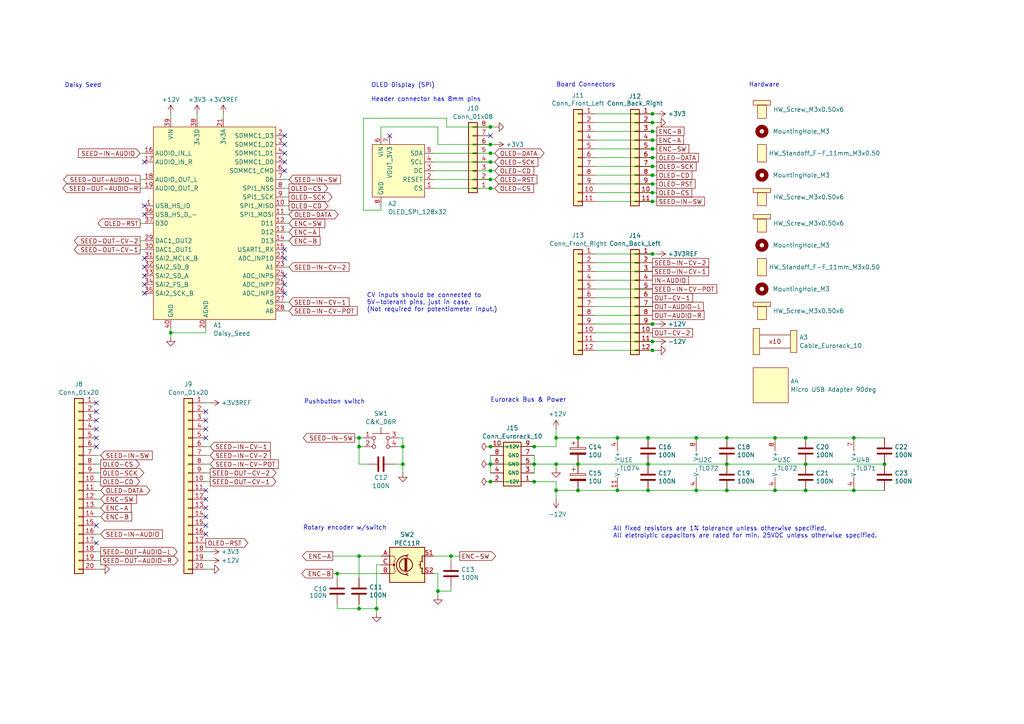
<source format=kicad_sch>
(kicad_sch (version 20231120) (generator "eeschema") (generator_version "8.0")
  (paper "A4")
  (title_block (title "dat-ting Module - Digital") (date "2024-10-04") (rev "1.1") (company "Len Popp") (comment 1 "https://lenp.net/synth/") (comment 2 "Copyright © 2024 Len Popp CC BY") (comment 3 "Eurorack multi-function module - Digital & misc."))
  (lib_symbols
    (symbol "-lmp-holes:MountingHole_PCB_M3" (pin_names (offset 1.016)) (in_bom no)
      (property "Value" "MountingHole_PCB_M3" (at 0 3.175 0))
    )
    (symbol "-lmp-opamp:TL071" (pin_names (offset 0.127))
      (property "Reference" "U" (at 0 5.08 0))
      (property "Value" "TL071" (at 2.54 -5.08 0))
      (symbol "TL071_1_1"
        (pin input line (at -1.27 -6.35 90) (length 3.81) (name "N1") (number "1"))
        (pin input line (at -7.62 -2.54 0) (length 2.54) (name "-") (number "2"))
        (pin input line (at -7.62 2.54 0) (length 2.54) (name "+") (number "3"))
        (pin input line (at 1.27 -6.35 90) (length 5.08) (name "N2") (number "5"))
        (pin output line (at 7.62 0 180) (length 2.54) (name "~") (number "6"))
      )
      (symbol "TL071_2_1"
        (pin power_in line (at -2.54 -7.62 90) (length 3.81) (name "V-") (number "4"))
        (pin power_in line (at -2.54 7.62 270) (length 3.81) (name "V+") (number "7"))
        (pin no_connect line (at 0 2.54 270) (length 2.54) hide (name "NC") (number "8"))
      )
    )
    (symbol "-lmp-opamp:TL072" (pin_names (offset 0.127))
      (property "Reference" "U" (at 0 5.08 0))
      (property "Value" "TL072" (at 0 -5.08 0))
      (symbol "TL072_1_1"
        (pin output line (at 7.62 0 180) (length 2.54) (name "~") (number "1"))
        (pin input line (at -7.62 -2.54 0) (length 2.54) (name "-") (number "2"))
        (pin input line (at -7.62 2.54 0) (length 2.54) (name "+") (number "3"))
      )
      (symbol "TL072_2_1"
        (pin input line (at -7.62 2.54 0) (length 2.54) (name "+") (number "5"))
        (pin input line (at -7.62 -2.54 0) (length 2.54) (name "-") (number "6"))
        (pin output line (at 7.62 0 180) (length 2.54) (name "~") (number "7"))
      )
      (symbol "TL072_3_1"
        (pin power_in line (at -2.54 -7.62 90) (length 3.81) (name "V-") (number "4"))
        (pin power_in line (at -2.54 7.62 270) (length 3.81) (name "V+") (number "8"))
      )
    )
    (symbol "-lmp-opamp:TL074" (pin_names (offset 0.127))
      (property "Reference" "U" (at 0 5.08 0))
      (property "Value" "TL074" (at 0 -5.08 0))
      (symbol "TL074_1_1"
        (pin output line (at 7.62 0 180) (length 2.54) (name "~") (number "1"))
        (pin input line (at -7.62 -2.54 0) (length 2.54) (name "-") (number "2"))
        (pin input line (at -7.62 2.54 0) (length 2.54) (name "+") (number "3"))
      )
      (symbol "TL074_2_1"
        (pin input line (at -7.62 2.54 0) (length 2.54) (name "+") (number "5"))
        (pin input line (at -7.62 -2.54 0) (length 2.54) (name "-") (number "6"))
        (pin output line (at 7.62 0 180) (length 2.54) (name "~") (number "7"))
      )
      (symbol "TL074_3_1"
        (pin input line (at -7.62 2.54 0) (length 2.54) (name "+") (number "10"))
        (pin output line (at 7.62 0 180) (length 2.54) (name "~") (number "8"))
        (pin input line (at -7.62 -2.54 0) (length 2.54) (name "-") (number "9"))
      )
      (symbol "TL074_4_1"
        (pin input line (at -7.62 2.54 0) (length 2.54) (name "+") (number "12"))
        (pin input line (at -7.62 -2.54 0) (length 2.54) (name "-") (number "13"))
        (pin output line (at 7.62 0 180) (length 2.54) (name "~") (number "14"))
      )
      (symbol "TL074_5_1"
        (pin power_in line (at -2.54 -7.62 90) (length 3.81) (name "V-") (number "11"))
        (pin power_in line (at -2.54 7.62 270) (length 3.81) (name "V+") (number "4"))
      )
    )
    (symbol "-lmp-power:+12V" (power) (pin_names (offset 0))
      (property "Value" "+12V" (at 0 3.556 0))
      (symbol "+12V_1_1"
        (pin power_in line (at 0 0 90) (length 0) hide (name "+12V") (number "1"))
      )
    )
    (symbol "-lmp-power:+3V3" (power) (pin_names (offset 0))
      (property "Value" "+3V3" (at 0 3.556 0))
      (symbol "+3V3_1_1"
        (pin power_in line (at 0 0 90) (length 0) hide (name "+3V3") (number "1"))
      )
    )
    (symbol "-lmp-power:-12V" (power) (pin_names (offset 0))
      (property "Value" "-12V" (at 0 -3.556 0))
      (symbol "-12V_1_1"
        (pin power_in line (at 0 0 270) (length 0) hide (name "-12V") (number "1"))
      )
    )
    (symbol "-lmp-power:GND" (power) (pin_numbers hide) (pin_names (offset 0) hide)
      (symbol "GND_1_1"
        (pin power_in line (at 0 0 270) (length 0) hide (name "GND") (number "1"))
      )
    )
    (symbol "-lmp-power:PWR_FLAG" (power) (pin_numbers hide) (pin_names (offset 0) hide)
      (symbol "PWR_FLAG_0_0"
        (pin power_out line (at 0 0 90) (length 0) (name "pwr") (number "1"))
      )
    )
    (symbol "-lmp-synth:CP_10U" (pin_numbers hide) (pin_names (offset 0.254))
      (property "Reference" "C" (at 0.635 2.54 0))
      (property "Value" "CP_10U" (at 0.635 -2.54 0))
      (symbol "CP_10U_1_1"
        (pin passive line (at 0 3.81 270) (length 2.794) (name "~") (number "1"))
        (pin passive line (at 0 -3.81 90) (length 2.794) (name "~") (number "2"))
      )
    )
    (symbol "-lmp-synth:Cable_Eurorack_10" (on_board no)
      (property "Reference" "A" (at 0 8.255 0))
      (property "Value" "Cable_Eurorack_10" (at 0 5.715 0))
      (symbol "Cable_Eurorack_10_0_0"
        (text "x10" (at 0 0 0) (effects (font (size 1.27 1.27))))
      )
    )
    (symbol "-lmp-synth:Conn_Eurorack_Pwr_10"
      (property "Reference" "J" (at 1.27 7.62 0))
      (property "Value" "Conn_Eurorack_Pwr_10" (at 1.27 -7.62 0))
      (symbol "Conn_Eurorack_Pwr_10_1_1"
        (pin power_in line (at 7.62 -5.08 180) (length 3.81) (name "-12V") (number "1"))
        (pin power_in line (at -5.08 5.08 0) (length 3.81) (name "~") (number "10"))
        (pin power_in line (at -5.08 -5.08 0) (length 3.81) (name "~") (number "2"))
        (pin power_in line (at 7.62 -2.54 180) (length 3.81) (name "GND") (number "3"))
        (pin power_in line (at -5.08 -2.54 0) (length 3.81) (name "~") (number "4"))
        (pin power_in line (at 7.62 0 180) (length 3.81) (name "GND") (number "5"))
        (pin power_in line (at -5.08 0 0) (length 3.81) (name "~") (number "6"))
        (pin power_in line (at 7.62 2.54 180) (length 3.81) (name "GND") (number "7"))
        (pin power_in line (at -5.08 2.54 0) (length 3.81) (name "~") (number "8"))
        (pin power_in line (at 7.62 5.08 180) (length 3.81) (name "+12V") (number "9"))
      )
    )
    (symbol "-lmp-synth:Encoder_Bourns_PEC11R_Switch" (pin_names (offset 0.254) hide)
      (property "Reference" "SW" (at 0 6.604 0))
      (property "Value" "Encoder_Bourns_PEC11R_Switch" (at 0 -6.604 0))
      (symbol "Encoder_Bourns_PEC11R_Switch_1_1"
        (pin passive line (at -7.62 2.54 0) (length 2.54) (name "A") (number "A"))
        (pin passive line (at -7.62 -2.54 0) (length 2.54) (name "B") (number "B"))
        (pin passive line (at -7.62 0 0) (length 2.54) (name "C") (number "C"))
        (pin passive line (at 7.62 2.54 180) (length 2.54) (name "S1") (number "S1"))
        (pin passive line (at 7.62 -2.54 180) (length 2.54) (name "S2") (number "S2"))
      )
    )
    (symbol "-lmp-synth:HW_Screw_M3x0.50x6" (pin_names (offset 1.016)) (on_board no)
      (property "Value" "HW_Screw_M3x0.50x6" (at 0 -5.08 0))
    )
    (symbol "-lmp-synth:HW_Standoff_F-F_11mm_M3x0.50" (pin_names (offset 1.016)) (on_board no)
      (property "Value" "HW_Standoff_F-F_11mm_M3x0.50" (at 0 -3.81 0))
    )
    (symbol "-lmp-synth:Module_Daisy_Seed_Rev_4"
      (property "Reference" "A" (at 34.798 -57.658 0))
      (property "Value" "Daisy_Seed" (at 35.052 -60.198 0))
      (symbol "Module_Daisy_Seed_Rev_4_1_0"
        (pin bidirectional line (at -2.54 -22.86 0) (length 2.54) (name "USB_HS_ID") (number "1"))
        (pin bidirectional line (at 38.1 -22.86 180) (length 2.54) (name "SPI1_MISO") (number "10"))
        (pin bidirectional line (at 38.1 -25.4 180) (length 2.54) (name "SPI1_MOSI") (number "11"))
        (pin bidirectional line (at 38.1 -27.94 180) (length 2.54) (name "I2C1_SCL") (number "12") (alternate "D11" bidirectional line))
        (pin bidirectional line (at 38.1 -30.48 180) (length 2.54) (name "I2C1_SDA") (number "13") (alternate "D12" bidirectional line))
        (pin bidirectional line (at 38.1 -33.02 180) (length 2.54) (name "USART1_TX") (number "14") (alternate "D13" bidirectional line))
        (pin bidirectional line (at 38.1 -35.56 180) (length 2.54) (name "USART1_RX") (number "15"))
        (pin input line (at -2.54 -7.62 0) (length 2.54) (name "AUDIO_IN_L") (number "16"))
        (pin input line (at -2.54 -10.16 0) (length 2.54) (name "AUDIO_IN_R") (number "17"))
        (pin output line (at -2.54 -15.24 0) (length 2.54) (name "AUDIO_OUT_L") (number "18"))
        (pin output line (at -2.54 -17.78 0) (length 2.54) (name "AUDIO_OUT_R") (number "19"))
        (pin bidirectional line (at 38.1 -2.54 180) (length 2.54) (name "SDMMC1_D3") (number "2"))
        (pin power_in line (at 15.24 -58.42 90) (length 2.54) (name "AGND") (number "20"))
        (pin power_out line (at 20.32 2.54 270) (length 2.54) (name "3v3A") (number "21"))
        (pin input line (at 38.1 -38.1 180) (length 2.54) (name "ADC_INP10") (number "22"))
        (pin input line (at 38.1 -40.64 180) (length 2.54) (name "ADC_INP15") (number "23") (alternate "A1" input line))
        (pin input line (at 38.1 -43.18 180) (length 2.54) (name "ADC_INP5") (number "24"))
        (pin input line (at 38.1 -45.72 180) (length 2.54) (name "ADC_INP7") (number "25"))
        (pin input line (at 38.1 -48.26 180) (length 2.54) (name "ADC_INP3") (number "26"))
        (pin input line (at 38.1 -50.8 180) (length 2.54) (name "ADC_INP11") (number "27") (alternate "A5" input line))
        (pin input line (at 38.1 -53.34 180) (length 2.54) (name "ADC1_INP4") (number "28") (alternate "A6" input line))
        (pin output line (at -2.54 -33.02 0) (length 2.54) (name "DAC1_OUT2") (number "29"))
        (pin bidirectional line (at 38.1 -5.08 180) (length 2.54) (name "SDMMC1_D2") (number "3"))
        (pin output line (at -2.54 -35.56 0) (length 2.54) (name "DAC1_OUT1") (number "30"))
        (pin bidirectional line (at -2.54 -38.1 0) (length 2.54) (name "SAI2_MCLK_B") (number "31"))
        (pin bidirectional line (at -2.54 -40.64 0) (length 2.54) (name "SAI2_SD_B") (number "32"))
        (pin bidirectional line (at -2.54 -43.18 0) (length 2.54) (name "SAI2_SD_A") (number "33"))
        (pin bidirectional line (at -2.54 -45.72 0) (length 2.54) (name "SAI2_FS_B") (number "34"))
        (pin bidirectional line (at -2.54 -48.26 0) (length 2.54) (name "SAI2_SCK_B") (number "35"))
        (pin bidirectional line (at -2.54 -25.4 0) (length 2.54) (name "USB_HS_D_-") (number "36"))
        (pin bidirectional line (at -2.54 -27.94 0) (length 2.54) (name "USB_HS_D_+") (number "37") (alternate "D30" bidirectional line))
        (pin power_out line (at 12.7 2.54 270) (length 2.54) (name "3v3D") (number "38"))
        (pin power_in line (at 5.08 2.54 270) (length 2.54) (name "VIN") (number "39"))
        (pin bidirectional line (at 38.1 -7.62 180) (length 2.54) (name "SDMMC1_D1") (number "4"))
        (pin power_in line (at 5.08 -58.42 90) (length 2.54) (name "GND") (number "40"))
        (pin bidirectional line (at 38.1 -10.16 180) (length 2.54) (name "SDMMC1_D0") (number "5"))
        (pin bidirectional line (at 38.1 -12.7 180) (length 2.54) (name "SDMMC1_CMD") (number "6"))
        (pin bidirectional line (at 38.1 -15.24 180) (length 2.54) (name "SDMMC1_CK") (number "7") (alternate "D6" bidirectional line))
        (pin bidirectional line (at 38.1 -17.78 180) (length 2.54) (name "SPI1_NSS") (number "8"))
        (pin bidirectional line (at 38.1 -20.32 180) (length 2.54) (name "SPI1_SCK") (number "9"))
      )
    )
    (symbol "-lmp-synth:SW_Push_C&K_D6R" (pin_names (offset 1.016) hide)
      (property "Reference" "SW" (at 0.635 5.715 0))
      (property "Value" "SW_Push_C&K_D6R" (at 0 -2.032 0))
      (symbol "SW_Push_C&K_D6R_0_1"
        (pin passive line (at -5.08 2.54 0) (length 2.54) (name "1") (number "1"))
        (pin passive line (at 5.08 2.54 180) (length 2.54) (name "3") (number "3"))
      )
      (symbol "SW_Push_C&K_D6R_1_1"
        (pin passive line (at -5.08 0 0) (length 2.54) (name "2") (number "2"))
        (pin passive line (at 5.08 0 180) (length 2.54) (name "4") (number "4"))
      )
    )
    (symbol "-lmp:CC_100N" (pin_numbers hide) (pin_names (offset 0.254))
      (property "Reference" "C" (at 0.635 2.54 0))
      (property "Value" "CC_100N" (at 0.635 -2.54 0))
      (symbol "CC_100N_1_1"
        (pin passive line (at 0 3.81 270) (length 2.794) (name "~") (number "1"))
        (pin passive line (at 0 -3.81 90) (length 2.794) (name "~") (number "2"))
      )
    )
    (symbol "-lmp:MISC" (pin_numbers hide) (pin_names (offset 0) hide) (on_board no)
      (property "Reference" "H" (at 0 8.509 0))
      (property "Value" "MISC" (at 0 6.35 0))
    )
    (symbol "Adafruit:OLED_SPI_128x32"
      (property "Reference" "A" (at 0 7.62 0))
      (property "Value" "OLED_SPI_128x32" (at -11.43 -8.255 0))
      (symbol "OLED_SPI_128x32_1_1"
        (pin input line (at 2.54 -5.08 180) (length 2.54) (name "CS") (number "1"))
        (pin input line (at 2.54 -2.54 180) (length 2.54) (name "RESET") (number "2"))
        (pin input line (at 2.54 0 180) (length 2.54) (name "DC") (number "3"))
        (pin input line (at 2.54 2.54 180) (length 2.54) (name "SCL") (number "4"))
        (pin bidirectional line (at 2.54 5.08 180) (length 2.54) (name "SDA") (number "5"))
        (pin power_in line (at -12.7 10.16 270) (length 2.54) (name "VIN") (number "6"))
        (pin power_out line (at -10.16 10.16 270) (length 2.54) (name "VOUT_3V3") (number "7"))
        (pin power_in line (at -12.7 -10.16 90) (length 2.54) (name "GND") (number "8"))
      )
    )
    (symbol "Connector_Generic:Conn_01x08" (pin_names (offset 1.016) hide)
      (property "Reference" "J" (at 0 10.16 0))
      (property "Value" "Conn_01x08" (at 0 -12.7 0))
      (symbol "Conn_01x08_1_1"
        (pin passive line (at -5.08 7.62 0) (length 3.81) (name "Pin_1") (number "1"))
        (pin passive line (at -5.08 5.08 0) (length 3.81) (name "Pin_2") (number "2"))
        (pin passive line (at -5.08 2.54 0) (length 3.81) (name "Pin_3") (number "3"))
        (pin passive line (at -5.08 0 0) (length 3.81) (name "Pin_4") (number "4"))
        (pin passive line (at -5.08 -2.54 0) (length 3.81) (name "Pin_5") (number "5"))
        (pin passive line (at -5.08 -5.08 0) (length 3.81) (name "Pin_6") (number "6"))
        (pin passive line (at -5.08 -7.62 0) (length 3.81) (name "Pin_7") (number "7"))
        (pin passive line (at -5.08 -10.16 0) (length 3.81) (name "Pin_8") (number "8"))
      )
    )
    (symbol "Connector_Generic:Conn_01x11" (pin_names (offset 1.016) hide)
      (property "Reference" "J" (at 0 15.24 0))
      (property "Value" "Conn_01x11" (at 0 -15.24 0))
      (symbol "Conn_01x11_1_1"
        (pin passive line (at -5.08 12.7 0) (length 3.81) (name "Pin_1") (number "1"))
        (pin passive line (at -5.08 -10.16 0) (length 3.81) (name "Pin_10") (number "10"))
        (pin passive line (at -5.08 -12.7 0) (length 3.81) (name "Pin_11") (number "11"))
        (pin passive line (at -5.08 10.16 0) (length 3.81) (name "Pin_2") (number "2"))
        (pin passive line (at -5.08 7.62 0) (length 3.81) (name "Pin_3") (number "3"))
        (pin passive line (at -5.08 5.08 0) (length 3.81) (name "Pin_4") (number "4"))
        (pin passive line (at -5.08 2.54 0) (length 3.81) (name "Pin_5") (number "5"))
        (pin passive line (at -5.08 0 0) (length 3.81) (name "Pin_6") (number "6"))
        (pin passive line (at -5.08 -2.54 0) (length 3.81) (name "Pin_7") (number "7"))
        (pin passive line (at -5.08 -5.08 0) (length 3.81) (name "Pin_8") (number "8"))
        (pin passive line (at -5.08 -7.62 0) (length 3.81) (name "Pin_9") (number "9"))
      )
    )
    (symbol "Connector_Generic:Conn_01x12" (pin_names (offset 1.016) hide)
      (property "Reference" "J" (at 0 15.24 0))
      (property "Value" "Conn_01x12" (at 0 -17.78 0))
      (symbol "Conn_01x12_1_1"
        (pin passive line (at -5.08 12.7 0) (length 3.81) (name "Pin_1") (number "1"))
        (pin passive line (at -5.08 -10.16 0) (length 3.81) (name "Pin_10") (number "10"))
        (pin passive line (at -5.08 -12.7 0) (length 3.81) (name "Pin_11") (number "11"))
        (pin passive line (at -5.08 -15.24 0) (length 3.81) (name "Pin_12") (number "12"))
        (pin passive line (at -5.08 10.16 0) (length 3.81) (name "Pin_2") (number "2"))
        (pin passive line (at -5.08 7.62 0) (length 3.81) (name "Pin_3") (number "3"))
        (pin passive line (at -5.08 5.08 0) (length 3.81) (name "Pin_4") (number "4"))
        (pin passive line (at -5.08 2.54 0) (length 3.81) (name "Pin_5") (number "5"))
        (pin passive line (at -5.08 0 0) (length 3.81) (name "Pin_6") (number "6"))
        (pin passive line (at -5.08 -2.54 0) (length 3.81) (name "Pin_7") (number "7"))
        (pin passive line (at -5.08 -5.08 0) (length 3.81) (name "Pin_8") (number "8"))
        (pin passive line (at -5.08 -7.62 0) (length 3.81) (name "Pin_9") (number "9"))
      )
    )
    (symbol "Connector_Generic:Conn_01x20" (pin_names (offset 1.016) hide)
      (property "Reference" "J" (at 0 25.4 0))
      (property "Value" "Conn_01x20" (at 0 -27.94 0))
      (symbol "Conn_01x20_1_1"
        (pin passive line (at -5.08 22.86 0) (length 3.81) (name "Pin_1") (number "1"))
        (pin passive line (at -5.08 0 0) (length 3.81) (name "Pin_10") (number "10"))
        (pin passive line (at -5.08 -2.54 0) (length 3.81) (name "Pin_11") (number "11"))
        (pin passive line (at -5.08 -5.08 0) (length 3.81) (name "Pin_12") (number "12"))
        (pin passive line (at -5.08 -7.62 0) (length 3.81) (name "Pin_13") (number "13"))
        (pin passive line (at -5.08 -10.16 0) (length 3.81) (name "Pin_14") (number "14"))
        (pin passive line (at -5.08 -12.7 0) (length 3.81) (name "Pin_15") (number "15"))
        (pin passive line (at -5.08 -15.24 0) (length 3.81) (name "Pin_16") (number "16"))
        (pin passive line (at -5.08 -17.78 0) (length 3.81) (name "Pin_17") (number "17"))
        (pin passive line (at -5.08 -20.32 0) (length 3.81) (name "Pin_18") (number "18"))
        (pin passive line (at -5.08 -22.86 0) (length 3.81) (name "Pin_19") (number "19"))
        (pin passive line (at -5.08 20.32 0) (length 3.81) (name "Pin_2") (number "2"))
        (pin passive line (at -5.08 -25.4 0) (length 3.81) (name "Pin_20") (number "20"))
        (pin passive line (at -5.08 17.78 0) (length 3.81) (name "Pin_3") (number "3"))
        (pin passive line (at -5.08 15.24 0) (length 3.81) (name "Pin_4") (number "4"))
        (pin passive line (at -5.08 12.7 0) (length 3.81) (name "Pin_5") (number "5"))
        (pin passive line (at -5.08 10.16 0) (length 3.81) (name "Pin_6") (number "6"))
        (pin passive line (at -5.08 7.62 0) (length 3.81) (name "Pin_7") (number "7"))
        (pin passive line (at -5.08 5.08 0) (length 3.81) (name "Pin_8") (number "8"))
        (pin passive line (at -5.08 2.54 0) (length 3.81) (name "Pin_9") (number "9"))
      )
    )
  )
  (junction (at 142.24 36.83))
  (junction (at 104.14 127))
  (junction (at 189.23 53.34))
  (junction (at 167.64 127))
  (junction (at 189.23 58.42))
  (junction (at 189.23 93.98))
  (junction (at 179.07 127))
  (junction (at 104.14 161.29))
  (junction (at 187.96 142.24))
  (junction (at 224.79 127))
  (junction (at 142.24 134.62))
  (junction (at 97.79 166.37))
  (junction (at 154.94 134.62))
  (junction (at 154.94 129.54))
  (junction (at 233.68 134.62))
  (junction (at 224.79 142.24))
  (junction (at 109.22 176.53))
  (junction (at 167.64 142.24))
  (junction (at 247.65 142.24))
  (junction (at 161.29 134.62))
  (junction (at 142.24 52.07))
  (junction (at 116.84 134.62))
  (junction (at 210.82 127))
  (junction (at 104.14 176.53))
  (junction (at 49.53 96.52))
  (junction (at 142.24 41.91))
  (junction (at 189.23 55.88))
  (junction (at 189.23 33.02))
  (junction (at 189.23 40.64))
  (junction (at 189.23 50.8))
  (junction (at 233.68 142.24))
  (junction (at 189.23 101.6))
  (junction (at 210.82 134.62))
  (junction (at 247.65 127))
  (junction (at 142.24 129.54))
  (junction (at 127 171.45))
  (junction (at 142.24 54.61))
  (junction (at 187.96 134.62))
  (junction (at 189.23 38.1))
  (junction (at 142.24 49.53))
  (junction (at 210.82 142.24))
  (junction (at 189.23 48.26))
  (junction (at 201.93 127))
  (junction (at 233.68 127))
  (junction (at 256.54 134.62))
  (junction (at 189.23 99.06))
  (junction (at 187.96 127))
  (junction (at 179.07 142.24))
  (junction (at 154.94 139.7))
  (junction (at 104.14 129.54))
  (junction (at 161.29 127))
  (junction (at 116.84 129.54))
  (junction (at 161.29 142.24))
  (junction (at 201.93 142.24))
  (junction (at 167.64 134.62))
  (junction (at 189.23 43.18))
  (junction (at 142.24 139.7))
  (junction (at 189.23 73.66))
  (junction (at 130.81 161.29))
  (junction (at 142.24 44.45))
  (junction (at 142.24 46.99))
  (junction (at 189.23 35.56))
  (junction (at 189.23 45.72))
  (no_connect (at 59.69 121.92))
  (no_connect (at 41.91 82.55))
  (no_connect (at 82.55 46.99))
  (no_connect (at 59.69 144.78))
  (no_connect (at 41.91 77.47))
  (no_connect (at 27.94 121.92))
  (no_connect (at 59.69 142.24))
  (no_connect (at 59.69 119.38))
  (no_connect (at 59.69 127))
  (no_connect (at 82.55 82.55))
  (no_connect (at 41.91 59.69))
  (no_connect (at 82.55 41.91))
  (no_connect (at 27.94 129.54))
  (no_connect (at 27.94 127))
  (no_connect (at 27.94 116.84))
  (no_connect (at 142.24 39.37))
  (no_connect (at 82.55 39.37))
  (no_connect (at 82.55 72.39))
  (no_connect (at 82.55 80.01))
  (no_connect (at 59.69 154.94))
  (no_connect (at 41.91 80.01))
  (no_connect (at 27.94 124.46))
  (no_connect (at 59.69 124.46))
  (no_connect (at 113.03 39.37))
  (no_connect (at 41.91 62.23))
  (no_connect (at 27.94 152.4))
  (no_connect (at 27.94 119.38))
  (no_connect (at 82.55 49.53))
  (no_connect (at 59.69 147.32))
  (no_connect (at 82.55 44.45))
  (no_connect (at 41.91 74.93))
  (no_connect (at 41.91 85.09))
  (no_connect (at 27.94 157.48))
  (no_connect (at 59.69 149.86))
  (no_connect (at 59.69 152.4))
  (no_connect (at 82.55 74.93))
  (no_connect (at 82.55 85.09))
  (no_connect (at 41.91 46.99))
  (wire (pts (xy 161.29 142.24) (xy 167.64 142.24)))
  (wire (pts (xy 172.72 76.2) (xy 189.23 76.2)))
  (wire (pts (xy 104.14 127) (xy 104.14 129.54)))
  (wire (pts (xy 233.68 142.24) (xy 247.65 142.24)))
  (wire (pts (xy 125.73 44.45) (xy 142.24 44.45)))
  (wire (pts (xy 83.82 64.77) (xy 82.55 64.77)))
  (wire (pts (xy 40.64 64.77) (xy 41.91 64.77)))
  (wire (pts (xy 189.23 45.72) (xy 190.5 45.72)))
  (wire (pts (xy 116.84 134.62) (xy 114.3 134.62)))
  (wire (pts (xy 172.72 99.06) (xy 189.23 99.06)))
  (wire (pts (xy 127 36.83) (xy 110.49 36.83)))
  (wire (pts (xy 172.72 86.36) (xy 189.23 86.36)))
  (wire (pts (xy 190.5 48.26) (xy 189.23 48.26)))
  (wire (pts (xy 172.72 38.1) (xy 189.23 38.1)))
  (wire (pts (xy 161.29 134.62) (xy 161.29 135.89)))
  (wire (pts (xy 49.53 95.25) (xy 49.53 96.52)))
  (wire (pts (xy 109.22 163.83) (xy 109.22 176.53)))
  (wire (pts (xy 83.82 90.17) (xy 82.55 90.17)))
  (wire (pts (xy 161.29 134.62) (xy 154.94 134.62)))
  (wire (pts (xy 83.82 77.47) (xy 82.55 77.47)))
  (wire (pts (xy 59.69 96.52) (xy 49.53 96.52)))
  (wire (pts (xy 154.94 137.16) (xy 154.94 134.62)))
  (wire (pts (xy 142.24 41.91) (xy 143.51 41.91)))
  (wire (pts (xy 102.87 127) (xy 104.14 127)))
  (wire (pts (xy 116.84 134.62) (xy 116.84 137.16)))
  (wire (pts (xy 172.72 101.6) (xy 189.23 101.6)))
  (wire (pts (xy 172.72 45.72) (xy 189.23 45.72)))
  (wire (pts (xy 60.96 134.62) (xy 59.69 134.62)))
  (wire (pts (xy 40.64 54.61) (xy 41.91 54.61)))
  (wire (pts (xy 172.72 78.74) (xy 189.23 78.74)))
  (wire (pts (xy 201.93 127) (xy 210.82 127)))
  (wire (pts (xy 189.23 58.42) (xy 190.5 58.42)))
  (wire (pts (xy 142.24 134.62) (xy 142.24 132.08)))
  (wire (pts (xy 104.14 175.26) (xy 104.14 176.53)))
  (wire (pts (xy 142.24 41.91) (xy 127 41.91)))
  (wire (pts (xy 142.24 49.53) (xy 143.51 49.53)))
  (wire (pts (xy 172.72 40.64) (xy 189.23 40.64)))
  (wire (pts (xy 167.64 134.62) (xy 187.96 134.62)))
  (wire (pts (xy 210.82 127) (xy 224.79 127)))
  (wire (pts (xy 83.82 87.63) (xy 82.55 87.63)))
  (wire (pts (xy 60.96 132.08) (xy 59.69 132.08)))
  (wire (pts (xy 29.21 147.32) (xy 27.94 147.32)))
  (wire (pts (xy 172.72 81.28) (xy 189.23 81.28)))
  (wire (pts (xy 83.82 69.85) (xy 82.55 69.85)))
  (wire (pts (xy 130.81 162.56) (xy 130.81 161.29)))
  (wire (pts (xy 142.24 44.45) (xy 143.51 44.45)))
  (wire (pts (xy 106.68 134.62) (xy 104.14 134.62)))
  (wire (pts (xy 105.41 34.29) (xy 105.41 60.96)))
  (wire (pts (xy 40.64 72.39) (xy 41.91 72.39)))
  (wire (pts (xy 179.07 142.24) (xy 187.96 142.24)))
  (wire (pts (xy 172.72 96.52) (xy 189.23 96.52)))
  (wire (pts (xy 189.23 55.88) (xy 190.5 55.88)))
  (wire (pts (xy 40.64 44.45) (xy 41.91 44.45)))
  (wire (pts (xy 161.29 139.7) (xy 161.29 142.24)))
  (wire (pts (xy 161.29 127) (xy 167.64 127)))
  (wire (pts (xy 29.21 142.24) (xy 27.94 142.24)))
  (wire (pts (xy 104.14 134.62) (xy 104.14 129.54)))
  (wire (pts (xy 40.64 69.85) (xy 41.91 69.85)))
  (wire (pts (xy 59.69 95.25) (xy 59.69 96.52)))
  (wire (pts (xy 82.55 52.07) (xy 83.82 52.07)))
  (wire (pts (xy 29.21 134.62) (xy 27.94 134.62)))
  (wire (pts (xy 116.84 129.54) (xy 115.57 129.54)))
  (wire (pts (xy 109.22 176.53) (xy 109.22 177.8)))
  (wire (pts (xy 142.24 36.83) (xy 129.54 36.83)))
  (wire (pts (xy 116.84 129.54) (xy 116.84 134.62)))
  (wire (pts (xy 172.72 50.8) (xy 189.23 50.8)))
  (wire (pts (xy 27.94 165.1) (xy 29.21 165.1)))
  (wire (pts (xy 172.72 48.26) (xy 189.23 48.26)))
  (wire (pts (xy 133.35 161.29) (xy 130.81 161.29)))
  (wire (pts (xy 83.82 57.15) (xy 82.55 57.15)))
  (wire (pts (xy 83.82 62.23) (xy 82.55 62.23)))
  (wire (pts (xy 179.07 127) (xy 187.96 127)))
  (wire (pts (xy 172.72 73.66) (xy 189.23 73.66)))
  (wire (pts (xy 40.64 52.07) (xy 41.91 52.07)))
  (wire (pts (xy 96.52 166.37) (xy 97.79 166.37)))
  (wire (pts (xy 125.73 54.61) (xy 142.24 54.61)))
  (wire (pts (xy 104.14 127) (xy 105.41 127)))
  (wire (pts (xy 127 41.91) (xy 127 36.83)))
  (wire (pts (xy 172.72 93.98) (xy 189.23 93.98)))
  (wire (pts (xy 49.53 96.52) (xy 49.53 97.79)))
  (wire (pts (xy 172.72 58.42) (xy 189.23 58.42)))
  (wire (pts (xy 116.84 127) (xy 116.84 129.54)))
  (wire (pts (xy 172.72 35.56) (xy 189.23 35.56)))
  (wire (pts (xy 127 171.45) (xy 130.81 171.45)))
  (wire (pts (xy 172.72 43.18) (xy 189.23 43.18)))
  (wire (pts (xy 187.96 127) (xy 201.93 127)))
  (wire (pts (xy 59.69 165.1) (xy 60.96 165.1)))
  (wire (pts (xy 83.82 59.69) (xy 82.55 59.69)))
  (wire (pts (xy 57.15 33.02) (xy 57.15 34.29)))
  (wire (pts (xy 189.23 43.18) (xy 190.5 43.18)))
  (wire (pts (xy 49.53 33.02) (xy 49.53 34.29)))
  (wire (pts (xy 130.81 170.18) (xy 130.81 171.45)))
  (wire (pts (xy 142.24 36.83) (xy 143.51 36.83)))
  (wire (pts (xy 109.22 176.53) (xy 104.14 176.53)))
  (wire (pts (xy 142.24 134.62) (xy 154.94 134.62)))
  (wire (pts (xy 233.68 127) (xy 247.65 127)))
  (wire (pts (xy 29.21 137.16) (xy 27.94 137.16)))
  (wire (pts (xy 127 166.37) (xy 127 171.45)))
  (wire (pts (xy 29.21 160.02) (xy 27.94 160.02)))
  (wire (pts (xy 129.54 36.83) (xy 129.54 34.29)))
  (wire (pts (xy 201.93 142.24) (xy 210.82 142.24)))
  (wire (pts (xy 161.29 144.78) (xy 161.29 142.24)))
  (wire (pts (xy 110.49 36.83) (xy 110.49 39.37)))
  (wire (pts (xy 125.73 46.99) (xy 142.24 46.99)))
  (wire (pts (xy 189.23 40.64) (xy 190.5 40.64)))
  (wire (pts (xy 190.5 99.06) (xy 189.23 99.06)))
  (wire (pts (xy 187.96 142.24) (xy 201.93 142.24)))
  (wire (pts (xy 189.23 101.6) (xy 190.5 101.6)))
  (wire (pts (xy 142.24 137.16) (xy 142.24 134.62)))
  (wire (pts (xy 129.54 34.29) (xy 105.41 34.29)))
  (wire (pts (xy 247.65 142.24) (xy 256.54 142.24)))
  (wire (pts (xy 97.79 166.37) (xy 97.79 167.64)))
  (wire (pts (xy 142.24 46.99) (xy 143.51 46.99)))
  (wire (pts (xy 104.14 161.29) (xy 104.14 167.64)))
  (wire (pts (xy 29.21 144.78) (xy 27.94 144.78)))
  (wire (pts (xy 224.79 127) (xy 233.68 127)))
  (wire (pts (xy 189.23 38.1) (xy 190.5 38.1)))
  (wire (pts (xy 97.79 175.26) (xy 97.79 176.53)))
  (wire (pts (xy 167.64 142.24) (xy 179.07 142.24)))
  (wire (pts (xy 224.79 142.24) (xy 233.68 142.24)))
  (wire (pts (xy 59.69 162.56) (xy 60.96 162.56)))
  (wire (pts (xy 27.94 132.08) (xy 29.21 132.08)))
  (wire (pts (xy 167.64 127) (xy 179.07 127)))
  (wire (pts (xy 83.82 54.61) (xy 82.55 54.61)))
  (wire (pts (xy 29.21 154.94) (xy 27.94 154.94)))
  (wire (pts (xy 110.49 59.69) (xy 110.49 60.96)))
  (wire (pts (xy 172.72 91.44) (xy 189.23 91.44)))
  (wire (pts (xy 172.72 88.9) (xy 189.23 88.9)))
  (wire (pts (xy 172.72 53.34) (xy 189.23 53.34)))
  (wire (pts (xy 142.24 52.07) (xy 143.51 52.07)))
  (wire (pts (xy 189.23 35.56) (xy 190.5 35.56)))
  (wire (pts (xy 127 172.72) (xy 127 171.45)))
  (wire (pts (xy 233.68 134.62) (xy 256.54 134.62)))
  (wire (pts (xy 105.41 60.96) (xy 110.49 60.96)))
  (wire (pts (xy 154.94 129.54) (xy 142.24 129.54)))
  (wire (pts (xy 187.96 134.62) (xy 210.82 134.62)))
  (wire (pts (xy 29.21 139.7) (xy 27.94 139.7)))
  (wire (pts (xy 29.21 162.56) (xy 27.94 162.56)))
  (wire (pts (xy 189.23 73.66) (xy 190.5 73.66)))
  (wire (pts (xy 64.77 33.02) (xy 64.77 34.29)))
  (wire (pts (xy 210.82 134.62) (xy 233.68 134.62)))
  (wire (pts (xy 97.79 176.53) (xy 104.14 176.53)))
  (wire (pts (xy 83.82 67.31) (xy 82.55 67.31)))
  (wire (pts (xy 142.24 54.61) (xy 143.51 54.61)))
  (wire (pts (xy 210.82 142.24) (xy 224.79 142.24)))
  (wire (pts (xy 110.49 163.83) (xy 109.22 163.83)))
  (wire (pts (xy 154.94 134.62) (xy 154.94 132.08)))
  (wire (pts (xy 96.52 161.29) (xy 104.14 161.29)))
  (wire (pts (xy 125.73 52.07) (xy 142.24 52.07)))
  (wire (pts (xy 172.72 33.02) (xy 189.23 33.02)))
  (wire (pts (xy 161.29 129.54) (xy 154.94 129.54)))
  (wire (pts (xy 59.69 137.16) (xy 60.96 137.16)))
  (wire (pts (xy 59.69 160.02) (xy 60.96 160.02)))
  (wire (pts (xy 190.5 53.34) (xy 189.23 53.34)))
  (wire (pts (xy 60.96 139.7) (xy 59.69 139.7)))
  (wire (pts (xy 189.23 93.98) (xy 190.5 93.98)))
  (wire (pts (xy 172.72 83.82) (xy 189.23 83.82)))
  (wire (pts (xy 97.79 166.37) (xy 110.49 166.37)))
  (wire (pts (xy 247.65 127) (xy 256.54 127)))
  (wire (pts (xy 154.94 139.7) (xy 161.29 139.7)))
  (wire (pts (xy 59.69 116.84) (xy 60.96 116.84)))
  (wire (pts (xy 104.14 161.29) (xy 110.49 161.29)))
  (wire (pts (xy 60.96 129.54) (xy 59.69 129.54)))
  (wire (pts (xy 125.73 49.53) (xy 142.24 49.53)))
  (wire (pts (xy 142.24 139.7) (xy 154.94 139.7)))
  (wire (pts (xy 189.23 33.02) (xy 190.5 33.02)))
  (wire (pts (xy 29.21 149.86) (xy 27.94 149.86)))
  (wire (pts (xy 130.81 161.29) (xy 125.73 161.29)))
  (wire (pts (xy 161.29 127) (xy 161.29 129.54)))
  (wire (pts (xy 125.73 166.37) (xy 127 166.37)))
  (wire (pts (xy 105.41 129.54) (xy 104.14 129.54)))
  (wire (pts (xy 115.57 127) (xy 116.84 127)))
  (wire (pts (xy 190.5 50.8) (xy 189.23 50.8)))
  (wire (pts (xy 161.29 127) (xy 161.29 124.46)))
  (wire (pts (xy 161.29 134.62) (xy 167.64 134.62)))
  (wire (pts (xy 172.72 55.88) (xy 189.23 55.88)))
  (text_box "Daisy Seed" (at 17.78 22.86 0) (size 52.07 7.62) (stroke (width -0.0001)) (effects (font (size 1.27 1.27)) (justify left top)))
  (text_box "CV inputs should be connected to 5V-tolerant pins, just in case.\n(Not required for potentiometer input.)" (at 105.41 83.82 0) (size 43.18 8.89) (stroke (width -0.0001)) (effects (font (size 1.27 1.27)) (justify left top)))
  (text_box "OLED Display (SPI)\n\nHeader connector has 8mm pins" (at 106.68 22.86 0) (size 44.45 8.89) (stroke (width -0.0001)) (effects (font (size 1.27 1.27)) (justify left top)))
  (text "Hardware" (at 217.17 25.4 0) (effects (font (size 1.27 1.27)) (justify left bottom)))
  (text "All fixed resistors are 1% tolerance unless otherwise specified.\nAll eletrolytic capacitors are rated for min. 25VDC unless otherwise specified." (at 177.8 156.21 0) (effects (font (size 1.27 1.27)) (justify left bottom)))
  (text "Board Connectors" (at 161.29 25.4 0) (effects (font (size 1.27 1.27)) (justify left bottom)))
  (text "Pushbutton switch" (at 88.138 117.348 0) (effects (font (size 1.27 1.27)) (justify left bottom)))
  (text "Eurorack Bus & Power" (at 142.24 116.84 0) (effects (font (size 1.27 1.27)) (justify left bottom)))
  (text "Rotary encoder w/switch" (at 87.884 153.924 0) (effects (font (size 1.27 1.27)) (justify left bottom)))
  (global_label "ENC-A" (shape passive) (at 190.5 40.64 0) (property "Intersheetrefs" "${INTERSHEET_REFS}" (effects (hide yes))))
  (global_label "ENC-A" (shape input) (at 83.82 67.31 0) (property "Intersheetrefs" "${INTERSHEET_REFS}" (effects (hide yes))))
  (global_label "OLED-CS" (shape output) (at 29.21 134.62 0) (property "Intersheetrefs" "${INTERSHEET_REFS}" (effects (hide yes))))
  (global_label "SEED-IN-AUDIO" (shape input) (at 29.21 154.94 0) (property "Intersheetrefs" "${INTERSHEET_REFS}" (effects (hide yes))))
  (global_label "SEED-IN-CV-1" (shape input) (at 60.96 129.54 0) (property "Intersheetrefs" "${INTERSHEET_REFS}" (effects (hide yes))))
  (global_label "OUT-CV-1" (shape passive) (at 189.23 86.36 0) (property "Intersheetrefs" "${INTERSHEET_REFS}" (effects (hide yes))))
  (global_label "OLED-CS" (shape output) (at 83.82 54.61 0) (property "Intersheetrefs" "${INTERSHEET_REFS}" (effects (hide yes))))
  (global_label "OLED-SCK" (shape output) (at 83.82 57.15 0) (property "Intersheetrefs" "${INTERSHEET_REFS}" (effects (hide yes))))
  (global_label "SEED-IN-SW" (shape output) (at 102.87 127 180) (property "Intersheetrefs" "${INTERSHEET_REFS}" (effects (hide yes))))
  (global_label "SEED-IN-CV-POT" (shape input) (at 83.82 90.17 0) (property "Intersheetrefs" "${INTERSHEET_REFS}" (effects (hide yes))))
  (global_label "OUT-AUDIO-L" (shape passive) (at 189.23 88.9 0) (property "Intersheetrefs" "${INTERSHEET_REFS}" (effects (hide yes))))
  (global_label "ENC-B" (shape output) (at 96.52 166.37 180) (property "Intersheetrefs" "${INTERSHEET_REFS}" (effects (hide yes))))
  (global_label "IN-AUDIO" (shape passive) (at 189.23 81.28 0) (property "Intersheetrefs" "${INTERSHEET_REFS}" (effects (hide yes))))
  (global_label "SEED-OUT-AUDIO-R" (shape output) (at 29.21 162.56 0) (property "Intersheetrefs" "${INTERSHEET_REFS}" (effects (hide yes))))
  (global_label "SEED-IN-CV-1" (shape input) (at 83.82 87.63 0) (property "Intersheetrefs" "${INTERSHEET_REFS}" (effects (hide yes))))
  (global_label "ENC-B" (shape input) (at 29.21 149.86 0) (property "Intersheetrefs" "${INTERSHEET_REFS}" (effects (hide yes))))
  (global_label "OLED-RST" (shape input) (at 143.51 52.07 0) (property "Intersheetrefs" "${INTERSHEET_REFS}" (effects (hide yes))))
  (global_label "SEED-IN-SW" (shape input) (at 83.82 52.07 0) (property "Intersheetrefs" "${INTERSHEET_REFS}" (effects (hide yes))))
  (global_label "ENC-SW" (shape output) (at 133.35 161.29 0) (property "Intersheetrefs" "${INTERSHEET_REFS}" (effects (hide yes))))
  (global_label "SEED-IN-AUDIO" (shape input) (at 40.64 44.45 180) (property "Intersheetrefs" "${INTERSHEET_REFS}" (effects (hide yes))))
  (global_label "SEED-IN-CV-1" (shape passive) (at 189.23 78.74 0) (property "Intersheetrefs" "${INTERSHEET_REFS}" (effects (hide yes))))
  (global_label "ENC-SW" (shape passive) (at 190.5 43.18 0) (property "Intersheetrefs" "${INTERSHEET_REFS}" (effects (hide yes))))
  (global_label "SEED-IN-CV-POT" (shape input) (at 60.96 134.62 0) (property "Intersheetrefs" "${INTERSHEET_REFS}" (effects (hide yes))))
  (global_label "OLED-DATA" (shape bidirectional) (at 83.82 62.23 0) (property "Intersheetrefs" "${INTERSHEET_REFS}" (effects (hide yes))))
  (global_label "ENC-B" (shape passive) (at 190.5 38.1 0) (property "Intersheetrefs" "${INTERSHEET_REFS}" (effects (hide yes))))
  (global_label "OLED-DATA" (shape bidirectional) (at 143.51 44.45 0) (property "Intersheetrefs" "${INTERSHEET_REFS}" (effects (hide yes))))
  (global_label "SEED-IN-SW" (shape passive) (at 190.5 58.42 0) (property "Intersheetrefs" "${INTERSHEET_REFS}" (effects (hide yes))))
  (global_label "OLED-SCK" (shape input) (at 143.51 46.99 0) (property "Intersheetrefs" "${INTERSHEET_REFS}" (effects (hide yes))))
  (global_label "OLED-SCK" (shape passive) (at 190.5 48.26 0) (property "Intersheetrefs" "${INTERSHEET_REFS}" (effects (hide yes))))
  (global_label "OLED-RST" (shape output) (at 59.69 157.48 0) (property "Intersheetrefs" "${INTERSHEET_REFS}" (effects (hide yes))))
  (global_label "ENC-A" (shape output) (at 96.52 161.29 180) (property "Intersheetrefs" "${INTERSHEET_REFS}" (effects (hide yes))))
  (global_label "OLED-CD" (shape input) (at 143.51 49.53 0) (property "Intersheetrefs" "${INTERSHEET_REFS}" (effects (hide yes))))
  (global_label "ENC-A" (shape input) (at 29.21 147.32 0) (property "Intersheetrefs" "${INTERSHEET_REFS}" (effects (hide yes))))
  (global_label "OLED-CS" (shape passive) (at 190.5 55.88 0) (property "Intersheetrefs" "${INTERSHEET_REFS}" (effects (hide yes))))
  (global_label "OLED-CS" (shape input) (at 143.51 54.61 0) (property "Intersheetrefs" "${INTERSHEET_REFS}" (effects (hide yes))))
  (global_label "OLED-CD" (shape output) (at 83.82 59.69 0) (property "Intersheetrefs" "${INTERSHEET_REFS}" (effects (hide yes))))
  (global_label "SEED-OUT-CV-1" (shape output) (at 40.64 72.39 180) (property "Intersheetrefs" "${INTERSHEET_REFS}" (effects (hide yes))))
  (global_label "OUT-CV-2" (shape passive) (at 189.23 96.52 0) (property "Intersheetrefs" "${INTERSHEET_REFS}" (effects (hide yes))))
  (global_label "OLED-RST" (shape output) (at 40.64 64.77 180) (property "Intersheetrefs" "${INTERSHEET_REFS}" (effects (hide yes))))
  (global_label "ENC-B" (shape input) (at 83.82 69.85 0) (property "Intersheetrefs" "${INTERSHEET_REFS}" (effects (hide yes))))
  (global_label "SEED-OUT-AUDIO-R" (shape output) (at 40.64 54.61 180) (property "Intersheetrefs" "${INTERSHEET_REFS}" (effects (hide yes))))
  (global_label "SEED-OUT-CV-1" (shape output) (at 60.96 139.7 0) (property "Intersheetrefs" "${INTERSHEET_REFS}" (effects (hide yes))))
  (global_label "SEED-OUT-CV-2" (shape output) (at 40.64 69.85 180) (property "Intersheetrefs" "${INTERSHEET_REFS}" (effects (hide yes))))
  (global_label "SEED-IN-CV-2" (shape input) (at 60.96 132.08 0) (property "Intersheetrefs" "${INTERSHEET_REFS}" (effects (hide yes))))
  (global_label "OLED-CD" (shape passive) (at 190.5 50.8 0) (property "Intersheetrefs" "${INTERSHEET_REFS}" (effects (hide yes))))
  (global_label "ENC-SW" (shape input) (at 83.82 64.77 0) (property "Intersheetrefs" "${INTERSHEET_REFS}" (effects (hide yes))))
  (global_label "SEED-OUT-AUDIO-L" (shape output) (at 29.21 160.02 0) (property "Intersheetrefs" "${INTERSHEET_REFS}" (effects (hide yes))))
  (global_label "SEED-IN-CV-2" (shape passive) (at 189.23 76.2 0) (property "Intersheetrefs" "${INTERSHEET_REFS}" (effects (hide yes))))
  (global_label "SEED-IN-SW" (shape input) (at 29.21 132.08 0) (property "Intersheetrefs" "${INTERSHEET_REFS}" (effects (hide yes))))
  (global_label "OUT-AUDIO-R" (shape passive) (at 189.23 91.44 0) (property "Intersheetrefs" "${INTERSHEET_REFS}" (effects (hide yes))))
  (global_label "ENC-SW" (shape input) (at 29.21 144.78 0) (property "Intersheetrefs" "${INTERSHEET_REFS}" (effects (hide yes))))
  (global_label "OLED-DATA" (shape passive) (at 190.5 45.72 0) (property "Intersheetrefs" "${INTERSHEET_REFS}" (effects (hide yes))))
  (global_label "OLED-SCK" (shape output) (at 29.21 137.16 0) (property "Intersheetrefs" "${INTERSHEET_REFS}" (effects (hide yes))))
  (global_label "SEED-OUT-AUDIO-L" (shape output) (at 40.64 52.07 180) (property "Intersheetrefs" "${INTERSHEET_REFS}" (effects (hide yes))))
  (global_label "SEED-IN-CV-POT" (shape passive) (at 189.23 83.82 0) (property "Intersheetrefs" "${INTERSHEET_REFS}" (effects (hide yes))))
  (global_label "OLED-CD" (shape output) (at 29.21 139.7 0) (property "Intersheetrefs" "${INTERSHEET_REFS}" (effects (hide yes))))
  (global_label "SEED-IN-CV-2" (shape input) (at 83.82 77.47 0) (property "Intersheetrefs" "${INTERSHEET_REFS}" (effects (hide yes))))
  (global_label "OLED-RST" (shape passive) (at 190.5 53.34 0) (property "Intersheetrefs" "${INTERSHEET_REFS}" (effects (hide yes))))
  (global_label "SEED-OUT-CV-2" (shape output) (at 60.96 137.16 0) (property "Intersheetrefs" "${INTERSHEET_REFS}" (effects (hide yes))))
  (global_label "OLED-DATA" (shape bidirectional) (at 29.21 142.24 0) (property "Intersheetrefs" "${INTERSHEET_REFS}" (effects (hide yes))))
  (symbol (lib_id "Connector_Generic:Conn_01x11") (at 167.64 45.72 0) (mirror y) (unit 1)
    (property "Reference" "J11" (at 167.64 27.686 0))
    (property "Value" "Conn_Front_Left" (at 167.64 29.972 0))
    (property "Footprint" "Connector_PinSocket_2.54mm:PinSocket_1x11_P2.54mm_Vertical" (effects (hide yes)))
    (property "Datasheet" "https://cdn-shop.adafruit.com/datasheets/00548.pdf" (effects (hide yes)))
    (property "Description" "Generic connector, single row, 01x11, script generated (kicad-library-utils/schlib/autogen/connector/)" (effects (hide yes)))
    (property "Distributor" "Adafruit" (effects (hide yes)))
    (property "Distributor2" "Mouser" (effects (hide yes)))
    (property "DistributorPartLink" "https://www.adafruit.com/product/598" (effects (hide yes)))
    (property "DistributorPartLink2" "https://www.mouser.ca/ProductDetail/Wurth-Elektronik/61303211821?qs=ZtY9WdtwX55M%2FH%2FSrHZ9xA%3D%3D" (effects (hide yes)))
    (property "DistributorPartNum" "598" (effects (hide yes)))
    (property "DistributorPartNum2" "710-61303211821" (effects (hide yes)))
  )
  (symbol (lib_id "Connector_Generic:Conn_01x11") (at 184.15 45.72 0) (mirror y) (unit 1)
    (property "Reference" "J12" (at 184.15 27.94 0))
    (property "Value" "Conn_Back_Right" (at 184.15 29.972 0))
    (property "Footprint" "Connector_PinHeader_2.54mm:PinHeader_1x11_P2.54mm_Vertical" (effects (hide yes)))
    (property "Datasheet" "https://www.amphenol-icc.com/media/wysiwyg/files/documentation/datasheet/boardwiretoboard/bwb_econostik_254headers.pdf" (effects (hide yes)))
    (property "Description" "Generic connector, single row, 01x11, script generated (kicad-library-utils/schlib/autogen/connector/)" (effects (hide yes)))
    (property "Distributor" "Adafruit" (effects (hide yes)))
    (property "Distributor2" "Mouser" (effects (hide yes)))
    (property "DistributorPartLink" "https://www.adafruit.com/product/392" (effects (hide yes)))
    (property "DistributorPartLink2" "https://www.mouser.ca/ProductDetail/649-1012937893601BLF" (effects (hide yes)))
    (property "DistributorPartNum" "392" (effects (hide yes)))
    (property "DistributorPartNum2" "649-1012937893601BLF" (effects (hide yes)))
  )
  (symbol (lib_id "Connector_Generic:Conn_01x12") (at 167.64 86.36 0) (mirror y) (unit 1)
    (property "Reference" "J13" (at 167.64 68.2455 0))
    (property "Value" "Conn_Front_Right" (at 167.64 70.6698 0))
    (property "Footprint" "Connector_PinSocket_2.54mm:PinSocket_1x12_P2.54mm_Vertical" (effects (hide yes)))
    (property "Datasheet" "https://cdn-shop.adafruit.com/datasheets/00548.pdf" (effects (hide yes)))
    (property "Description" "Generic connector, single row, 01x12, script generated (kicad-library-utils/schlib/autogen/connector/)" (effects (hide yes)))
    (property "Distributor" "Adafruit" (effects (hide yes)))
    (property "Distributor2" "Mouser" (effects (hide yes)))
    (property "DistributorPartLink" "https://www.adafruit.com/product/598" (effects (hide yes)))
    (property "DistributorPartLink2" "https://www.mouser.ca/ProductDetail/Wurth-Elektronik/61303211821?qs=ZtY9WdtwX55M%2FH%2FSrHZ9xA%3D%3D" (effects (hide yes)))
    (property "DistributorPartNum" "598" (effects (hide yes)))
    (property "DistributorPartNum2" "710-61303211821" (effects (hide yes)))
  )
  (symbol (lib_id "Connector_Generic:Conn_01x12") (at 184.15 86.36 0) (mirror y) (unit 1)
    (property "Reference" "J14" (at 184.15 68.326 0))
    (property "Value" "Conn_Back_Left" (at 184.15 70.612 0))
    (property "Footprint" "Connector_PinHeader_2.54mm:PinHeader_1x12_P2.54mm_Vertical" (effects (hide yes)))
    (property "Datasheet" "https://www.amphenol-icc.com/media/wysiwyg/files/documentation/datasheet/boardwiretoboard/bwb_econostik_254headers.pdf" (effects (hide yes)))
    (property "Description" "Generic connector, single row, 01x12, script generated (kicad-library-utils/schlib/autogen/connector/)" (effects (hide yes)))
    (property "Distributor" "Adafruit" (effects (hide yes)))
    (property "Distributor2" "Mouser" (effects (hide yes)))
    (property "DistributorPartLink" "https://www.adafruit.com/product/392" (effects (hide yes)))
    (property "DistributorPartLink2" "https://www.mouser.ca/ProductDetail/649-1012937893601BLF" (effects (hide yes)))
    (property "DistributorPartNum" "392" (effects (hide yes)))
    (property "DistributorPartNum2" "649-1012937893601BLF" (effects (hide yes)))
  )
  (symbol (lib_id "-lmp-synth:Conn_Eurorack_Pwr_10") (at 147.32 134.62 0) (unit 1)
    (property "Reference" "J15" (at 148.59 124.1255 0))
    (property "Value" "Conn_Eurorack_10" (at 148.59 126.5498 0))
    (property "Footprint" "-lmp-synth:IDC-Header-Eurorack-10-TH" (effects (hide yes)))
    (property "Datasheet" "https://www.mouser.ca/datasheet/2/445/61201021621-1717731.pdf" (effects (hide yes)))
    (property "Description" "Eurorack 10-pin board power connector" (effects (hide yes)))
    (property "Manufacturer" "Wurth Elektronik" (effects (hide yes)))
    (property "ManufacturerPartNum" "61201021621" (effects (hide yes)))
    (property "Distributor" "Mouser" (effects (hide yes)))
    (property "DistributorPartNum" "710-61201021621" (effects (hide yes)))
    (property "DistributorPartLink" "https://www.mouser.ca/ProductDetail/Wurth-Elektronik/61201021621?qs=%2Fha2pyFadugkhyfdWLPRIwz9kroMfF%252BXZWEETFcVSqiQRaqHzEC2RQ%3D%3D" (effects (hide yes)))
    (property "Distributor2" "Thonk" (effects (hide yes)))
    (property "DistributorPartLink2" "https://www.thonk.co.uk/shop/eurorack-diy-essentials/" (effects (hide yes)))
  )
  (symbol (lib_id "-lmp-power:PWR_FLAG") (at 142.24 129.54 90) (unit 1)
    (property "Reference" "#FLG01" (effects (hide yes)))
    (property "Value" "PWR_FLAG" (effects (hide yes)))
    (property "Description" "Special symbol for telling ERC where power comes from" (effects (hide yes)))
  )
  (symbol (lib_id "-lmp-power:PWR_FLAG") (at 142.24 134.62 90) (unit 1)
    (property "Reference" "#FLG02" (effects (hide yes)))
    (property "Value" "PWR_FLAG" (effects (hide yes)))
    (property "Description" "Special symbol for telling ERC where power comes from" (effects (hide yes)))
  )
  (symbol (lib_id "-lmp-power:PWR_FLAG") (at 142.24 139.7 90) (unit 1)
    (property "Reference" "#FLG03" (effects (hide yes)))
    (property "Value" "PWR_FLAG" (effects (hide yes)))
    (property "Description" "Special symbol for telling ERC where power comes from" (effects (hide yes)))
  )
  (symbol (lib_id "-lmp-synth:CP_10U") (at 167.64 130.81 0) (unit 1)
    (property "Reference" "C14" (at 170.6372 129.6416 0) (effects (justify left)))
    (property "Value" "10U" (at 170.6372 131.953 0) (effects (justify left)))
    (property "Footprint" "-lmp-misc:CP_Radial_D5.0mm_P2.50mm" (effects (hide yes)))
    (property "Datasheet" "https://www.mouser.ca/datasheet/2/315/ABA0000C1059-947582.pdf" (effects (hide yes)))
    (property "Description" "Capacitor - Electrolytic - 12 V decoupling" (effects (hide yes)))
    (property "Manufacturer" "Panasonic" (effects (hide yes)))
    (property "ManufacturerPartNum" "ECE-A1VKS100I" (effects (hide yes)))
    (property "Distributor" "Mouser" (effects (hide yes)))
    (property "DistributorPartNum" "667-ECE-A1VKS100I" (effects (hide yes)))
    (property "DistributorPartLink" "https://www.mouser.ca/ProductDetail/667-ECE-A1VKS100I" (effects (hide yes)))
    (property "Value2" "35 VDC" (effects (hide yes)))
    (property "Note" "12 V decoupling" (effects (hide yes)))
    (property "Distributor2" "Thonk" (effects (hide yes)))
    (property "DistributorPartNum2" "Group_Eurorack_DIY_Essential" (effects (hide yes)))
    (property "DistributorPartLink2" "https://www.thonk.co.uk/shop/eurorack-diy-essentials/" (effects (hide yes)))
  )
  (symbol (lib_id "-lmp-synth:CP_10U") (at 167.64 138.43 0) (unit 1)
    (property "Reference" "C15" (at 170.6372 137.2616 0) (effects (justify left)))
    (property "Value" "10U" (at 170.6372 139.573 0) (effects (justify left)))
    (property "Footprint" "-lmp-misc:CP_Radial_D5.0mm_P2.50mm" (effects (hide yes)))
    (property "Datasheet" "https://www.mouser.ca/datasheet/2/315/ABA0000C1059-947582.pdf" (effects (hide yes)))
    (property "Description" "Capacitor - Electrolytic - 12 V decoupling" (effects (hide yes)))
    (property "Manufacturer" "Panasonic" (effects (hide yes)))
    (property "ManufacturerPartNum" "ECE-A1VKS100I" (effects (hide yes)))
    (property "Distributor" "Mouser" (effects (hide yes)))
    (property "DistributorPartNum" "667-ECE-A1VKS100I" (effects (hide yes)))
    (property "DistributorPartLink" "https://www.mouser.ca/ProductDetail/667-ECE-A1VKS100I" (effects (hide yes)))
    (property "Value2" "35 VDC" (effects (hide yes)))
    (property "Note" "12 V decoupling" (effects (hide yes)))
    (property "Distributor2" "Thonk" (effects (hide yes)))
    (property "DistributorPartNum2" "Group_Eurorack_DIY_Essential" (effects (hide yes)))
    (property "DistributorPartLink2" "https://www.thonk.co.uk/shop/eurorack-diy-essentials/" (effects (hide yes)))
  )
  (symbol (lib_id "-lmp-power:GND") (at 161.29 135.89 0) (unit 1)
    (property "Reference" "#PWR041" (effects (hide yes)))
    (property "Value" "GND" (effects (hide yes)))
    (property "Description" "Power symbol creates a global label with name \"GND\" , ground" (effects (hide yes)))
  )
  (symbol (lib_id "-lmp-power:+12V") (at 161.29 124.46 0) (unit 1)
    (property "Reference" "#PWR040" (effects (hide yes)))
    (property "Value" "+12V" (at 161.671 120.0658 0))
    (property "Description" "Power symbol creates a global label with name \"+12V\"" (effects (hide yes)))
  )
  (symbol (lib_id "-lmp-power:-12V") (at 161.29 144.78 0) (unit 1)
    (property "Reference" "#PWR042" (effects (hide yes)))
    (property "Value" "-12V" (at 161.671 149.1742 0))
    (property "Description" "Power symbol creates a global label with name \"-12V\"" (effects (hide yes)))
  )
  (symbol (lib_id "-lmp:CC_100N") (at 187.96 130.81 0) (unit 1)
    (property "Reference" "C16" (at 190.881 129.6416 0) (effects (justify left)))
    (property "Value" "100N" (at 190.881 131.953 0) (effects (justify left)))
    (property "Footprint" "-lmp-misc:C_Disc_D5.0mm_W2.5mm_P2.50mm" (effects (hide yes)))
    (property "Datasheet" "https://product.tdk.com/system/files/dam/doc/product/capacitor/ceramic/lead-mlcc/catalog/leadmlcc_halogenfree_fg_en.pdf" (effects (hide yes)))
    (property "Description" "Capacitor - Ceramic - IC decoupling" (effects (hide yes)))
    (property "Manufacturer" "TDK" (effects (hide yes)))
    (property "ManufacturerPartNum" "FG18X7R1H104KNT06" (effects (hide yes)))
    (property "Distributor" "Mouser" (effects (hide yes)))
    (property "DistributorPartNum" "810-FG18X7R1H104KNT6" (effects (hide yes)))
    (property "DistributorPartLink" "https://www.mouser.ca/ProductDetail/810-FG18X7R1H104KNT6" (effects (hide yes)))
    (property "Note" "IC decoupling" (effects (hide yes)))
  )
  (symbol (lib_id "-lmp:CC_100N") (at 187.96 138.43 0) (unit 1)
    (property "Reference" "C17" (at 190.881 137.2616 0) (effects (justify left)))
    (property "Value" "100N" (at 190.881 139.573 0) (effects (justify left)))
    (property "Footprint" "-lmp-misc:C_Disc_D5.0mm_W2.5mm_P2.50mm" (effects (hide yes)))
    (property "Datasheet" "https://product.tdk.com/system/files/dam/doc/product/capacitor/ceramic/lead-mlcc/catalog/leadmlcc_halogenfree_fg_en.pdf" (effects (hide yes)))
    (property "Description" "Capacitor - Ceramic - IC decoupling" (effects (hide yes)))
    (property "Manufacturer" "TDK" (effects (hide yes)))
    (property "ManufacturerPartNum" "FG18X7R1H104KNT06" (effects (hide yes)))
    (property "Distributor" "Mouser" (effects (hide yes)))
    (property "DistributorPartNum" "810-FG18X7R1H104KNT6" (effects (hide yes)))
    (property "DistributorPartLink" "https://www.mouser.ca/ProductDetail/810-FG18X7R1H104KNT6" (effects (hide yes)))
    (property "Note" "IC decoupling" (effects (hide yes)))
  )
  (symbol (lib_id "-lmp-holes:MountingHole_PCB_M3") (at 220.98 38.1 0) (unit 1) (in_bom no)
    (property "Reference" "H2" (effects (hide yes)))
    (property "Value" "MountingHole_M3" (at 232.41 38.1 0))
    (property "Footprint" "-lmp-holes:MountingHole_PCB_3.2mm_M3" (effects (hide yes)))
    (property "Description" "Mounting Hole without connection" (effects (hide yes)))
  )
  (symbol (lib_id "-lmp-holes:MountingHole_PCB_M3") (at 220.98 71.12 0) (unit 1) (in_bom no)
    (property "Reference" "H7" (effects (hide yes)))
    (property "Value" "MountingHole_M3" (at 232.41 71.12 0))
    (property "Footprint" "-lmp-holes:MountingHole_PCB_3.2mm_M3" (effects (hide yes)))
    (property "Description" "Mounting Hole without connection" (effects (hide yes)))
  )
  (symbol (lib_id "-lmp-holes:MountingHole_PCB_M3") (at 220.98 83.82 0) (unit 1) (in_bom no)
    (property "Reference" "H9" (effects (hide yes)))
    (property "Value" "MountingHole_M3" (at 232.41 83.82 0))
    (property "Footprint" "-lmp-holes:MountingHole_PCB_3.2mm_M3" (effects (hide yes)))
    (property "Description" "Mounting Hole without connection" (effects (hide yes)))
  )
  (symbol (lib_id "-lmp-holes:MountingHole_PCB_M3") (at 220.98 50.8 0) (unit 1) (in_bom no)
    (property "Reference" "H4" (effects (hide yes)))
    (property "Value" "MountingHole_M3" (at 232.41 50.8 0))
    (property "Footprint" "-lmp-holes:MountingHole_PCB_3.2mm_M3" (effects (hide yes)))
    (property "Description" "Mounting Hole without connection" (effects (hide yes)))
  )
  (symbol (lib_id "-lmp-power:GND") (at 190.5 101.6 90) (unit 1)
    (property "Reference" "#PWR048" (effects (hide yes)))
    (property "Value" "GND" (effects (hide yes)))
    (property "Description" "Power symbol creates a global label with name \"GND\" , ground" (effects (hide yes)))
  )
  (symbol (lib_id "-lmp-synth:HW_Standoff_F-F_11mm_M3x0.50") (at 220.98 44.45 0) (unit 1) (on_board no)
    (property "Reference" "H3" (effects (hide yes)))
    (property "Value" "HW_Standoff_F-F_11mm_M3x0.50" (at 222.9612 44.45 0) (effects (justify left)))
    (property "Datasheet" "https://www.thonk.co.uk/wp-content/uploads/2018/05/standoff-datasheet.pdf" (effects (hide yes)))
    (property "Description" "Standoff, 11mm, female-female, M3x0.50" (effects (hide yes)))
    (property "Distributor" "Thonk" (effects (hide yes)))
    (property "DistributorPartNum" "Mech_11mm_Standoff_(x10)" (effects (hide yes)))
    (property "DistributorPartLink" "https://www.thonk.co.uk/shop/standoffs/" (effects (hide yes)))
    (property "Manufacturer" "Ettinger" (effects (hide yes)))
    (property "ManufacturerPartNum" "05.03.111" (effects (hide yes)))
    (property "Distributor2" "Mouser" (effects (hide yes)))
    (property "DistributorPartNum2" "710-970110321" (effects (hide yes)))
    (property "DistributorPartLink2" "https://www.mouser.ca/ProductDetail/Wurth-Elektronik/970110321?qs=wr8lucFkNMUs0IWSCWTB3w%3D%3D" (effects (hide yes)))
    (property "Distributor3" "Mouser" (effects (hide yes)))
    (property "DistributorPartNum3" "144-MTS-11" (effects (hide yes)))
    (property "DistributorPartLink3" "https://www.mouser.ca/ProductDetail/144-MTS-11" (effects (hide yes)))
  )
  (symbol (lib_id "-lmp-synth:HW_Screw_M3x0.50x6") (at 220.98 31.75 0) (unit 1) (on_board no)
    (property "Reference" "H1" (effects (hide yes)))
    (property "Value" "HW_Screw_M3x0.50x6" (at 224.2312 31.75 0) (effects (justify left)))
    (property "Description" "Machine screw, M3x0.50x6" (effects (hide yes)))
  )
  (symbol (lib_id "-lmp-synth:HW_Screw_M3x0.50x6") (at 220.98 64.77 0) (unit 1) (on_board no)
    (property "Reference" "H6" (effects (hide yes)))
    (property "Value" "HW_Screw_M3x0.50x6" (at 224.2312 64.77 0) (effects (justify left)))
    (property "Description" "Machine screw, M3x0.50x6" (effects (hide yes)))
  )
  (symbol (lib_id "-lmp-synth:HW_Screw_M3x0.50x6") (at 220.98 90.17 0) (unit 1) (on_board no)
    (property "Reference" "H10" (effects (hide yes)))
    (property "Value" "HW_Screw_M3x0.50x6" (at 224.2312 90.17 0) (effects (justify left)))
    (property "Description" "Machine screw, M3x0.50x6" (effects (hide yes)))
  )
  (symbol (lib_id "-lmp-synth:HW_Screw_M3x0.50x6") (at 220.98 57.15 0) (unit 1) (on_board no)
    (property "Reference" "H5" (effects (hide yes)))
    (property "Value" "HW_Screw_M3x0.50x6" (at 224.2312 57.15 0) (effects (justify left)))
    (property "Description" "Machine screw, M3x0.50x6" (effects (hide yes)))
  )
  (symbol (lib_id "Connector_Generic:Conn_01x20") (at 54.61 139.7 0) (mirror y) (unit 1) (on_board no)
    (property "Reference" "J9" (at 54.61 111.4255 0))
    (property "Value" "Conn_01x20" (at 54.61 113.8498 0))
    (property "Footprint" "Connector_PinSocket_2.54mm:PinSocket_1x20_P2.54mm_Vertical" (effects (hide yes)))
    (property "Datasheet" "https://cdn-shop.adafruit.com/datasheets/00548.pdf" (effects (hide yes)))
    (property "Description" "Pin socket connector, single row, 01x08" (effects (hide yes)))
    (property "Distributor" "Adafruit" (effects (hide yes)))
    (property "DistributorPartNum" "598" (effects (hide yes)))
    (property "DistributorPartLink" "https://www.adafruit.com/product/598" (effects (hide yes)))
    (property "Distributor2" "Mouser" (effects (hide yes)))
    (property "DistributorPartNum2" "710-61303211821" (effects (hide yes)))
    (property "DistributorPartLink2" "https://www.mouser.ca/ProductDetail/Wurth-Elektronik/61303211821?qs=ZtY9WdtwX55M%2FH%2FSrHZ9xA%3D%3D" (effects (hide yes)))
  )
  (symbol (lib_id "-lmp-power:+3V3") (at 190.5 33.02 270) (unit 1)
    (property "Reference" "#PWR043" (effects (hide yes)))
    (property "Value" "+3V3" (at 193.675 33.02 90) (effects (justify left)))
    (property "Description" "Power symbol creates a global label with name \"+3V3\"" (effects (hide yes)))
  )
  (symbol (lib_id "-lmp:CC_100N") (at 104.14 171.45 0) (unit 1)
    (property "Reference" "C11" (at 107.061 170.2816 0) (effects (justify left)))
    (property "Value" "100N" (at 107.061 172.593 0) (effects (justify left)))
    (property "Footprint" "-lmp-misc:C_Disc_D5.0mm_W2.5mm_P2.50mm" (effects (hide yes)))
    (property "Datasheet" "https://product.tdk.com/system/files/dam/doc/product/capacitor/ceramic/lead-mlcc/catalog/leadmlcc_halogenfree_fg_en.pdf" (effects (hide yes)))
    (property "Manufacturer" "TDK" (effects (hide yes)))
    (property "ManufacturerPartNum" "FG18X7R1H104KNT06" (effects (hide yes)))
    (property "Distributor" "Mouser" (effects (hide yes)))
    (property "DistributorPartNum" "810-FG18X7R1H104KNT6" (effects (hide yes)))
    (property "DistributorPartLink" "https://www.mouser.ca/ProductDetail/810-FG18X7R1H104KNT6" (effects (hide yes)))
    (property "Note" "IC decoupling" (effects (hide yes)))
  )
  (symbol (lib_id "-lmp-power:GND") (at 49.53 97.79 0) (unit 1)
    (property "Reference" "#PWR028" (effects (hide yes)))
    (property "Value" "GND" (effects (hide yes)))
    (property "Description" "Power symbol creates a global label with name \"GND\" , ground" (effects (hide yes)))
  )
  (symbol (lib_id "-lmp-power:GND") (at 127 172.72 0) (unit 1)
    (property "Reference" "#PWR037" (effects (hide yes)))
    (property "Value" "GND" (effects (hide yes)))
  )
  (symbol (lib_id "-lmp-synth:HW_Standoff_F-F_11mm_M3x0.50") (at 220.98 77.47 0) (unit 1) (on_board no)
    (property "Reference" "H8" (effects (hide yes)))
    (property "Value" "HW_Standoff_F-F_11mm_M3x0.50" (at 222.9612 77.47 0) (effects (justify left)))
    (property "Datasheet" "https://www.thonk.co.uk/wp-content/uploads/2018/05/standoff-datasheet.pdf" (effects (hide yes)))
    (property "Description" "Standoff, 11mm, female-female, M3x0.50" (effects (hide yes)))
    (property "Distributor" "Thonk" (effects (hide yes)))
    (property "DistributorPartNum" "Mech_11mm_Standoff_(x10)" (effects (hide yes)))
    (property "DistributorPartLink" "https://www.thonk.co.uk/shop/standoffs/" (effects (hide yes)))
    (property "Manufacturer" "Ettinger" (effects (hide yes)))
    (property "ManufacturerPartNum" "05.03.111" (effects (hide yes)))
    (property "Distributor2" "Mouser" (effects (hide yes)))
    (property "DistributorPartNum2" "710-970110321" (effects (hide yes)))
    (property "DistributorPartLink2" "https://www.mouser.ca/ProductDetail/Wurth-Elektronik/970110321?qs=wr8lucFkNMUs0IWSCWTB3w%3D%3D" (effects (hide yes)))
    (property "Distributor3" "Mouser" (effects (hide yes)))
    (property "DistributorPartNum3" "144-MTS-11" (effects (hide yes)))
    (property "DistributorPartLink3" "https://www.mouser.ca/ProductDetail/144-MTS-11" (effects (hide yes)))
  )
  (symbol (lib_id "-lmp:CC_100N") (at 210.82 138.43 0) (unit 1)
    (property "Reference" "C19" (at 213.741 137.2616 0) (effects (justify left)))
    (property "Value" "100N" (at 213.741 139.573 0) (effects (justify left)))
    (property "Footprint" "-lmp-misc:C_Disc_D5.0mm_W2.5mm_P2.50mm" (effects (hide yes)))
    (property "Datasheet" "https://product.tdk.com/system/files/dam/doc/product/capacitor/ceramic/lead-mlcc/catalog/leadmlcc_halogenfree_fg_en.pdf" (effects (hide yes)))
    (property "Description" "Capacitor - Ceramic - IC decoupling" (effects (hide yes)))
    (property "Manufacturer" "TDK" (effects (hide yes)))
    (property "ManufacturerPartNum" "FG18X7R1H104KNT06" (effects (hide yes)))
    (property "Distributor" "Mouser" (effects (hide yes)))
    (property "DistributorPartNum" "810-FG18X7R1H104KNT6" (effects (hide yes)))
    (property "DistributorPartLink" "https://www.mouser.ca/ProductDetail/810-FG18X7R1H104KNT6" (effects (hide yes)))
    (property "Note" "IC decoupling" (effects (hide yes)))
  )
  (symbol (lib_id "-lmp-synth:Cable_Eurorack_10") (at 224.79 99.06 0) (unit 1) (on_board no)
    (property "Reference" "A3" (at 231.8512 97.8478 0) (effects (justify left)))
    (property "Value" "Cable_Eurorack_10" (at 231.8512 100.2721 0) (effects (justify left)))
    (property "Footprint" "-lmp-misc:NoFootprint" (effects (hide yes)))
    (property "Description" "Eurorack 16-10 pin power cable" (effects (hide yes)))
    (property "Note" "Length as required" (effects (hide yes)))
    (property "Distributor" "Thonk" (effects (hide yes)))
    (property "DistributorPartLink" "https://www.thonk.co.uk/shop/eurorack-power-cables/" (effects (hide yes)))
    (property "Distributor2" "SynthCube" (effects (hide yes)))
    (property "DistributorPartLink2" "https://synthcube.com/cart/eurorack-ribbon-power-cables" (effects (hide yes)))
    (property "Distributor3" "Modular Addict" (effects (hide yes)))
    (property "DistributorPartLink3" "https://modularaddict.com/parts/eurorack-power-cables-1" (effects (hide yes)))
  )
  (symbol (lib_id "-lmp-power:GND") (at 190.5 35.56 90) (unit 1)
    (property "Reference" "#PWR044" (effects (hide yes)))
    (property "Value" "GND" (effects (hide yes)))
    (property "Description" "Power symbol creates a global label with name \"GND\" , ground" (effects (hide yes)))
  )
  (symbol (lib_id "-lmp-opamp:TL072") (at 204.47 134.62 0) (unit 3)
    (property "Reference" "U2" (at 202.565 133.4078 0) (effects (justify left)))
    (property "Value" "TL072" (at 202.565 135.8321 0) (effects (justify left)))
    (property "Footprint" "Package_DIP:DIP-8_W7.62mm" (effects (hide yes)))
    (property "Datasheet" "https://www.ti.com/lit/ds/symlink/tl072b.pdf?ts=1628812694194" (effects (hide yes)))
    (property "Description" "Dual Low-Noise JFET-Input Operational Amplifiers, DIP-8/SOIC-8" (effects (hide yes)))
    (property "Manufacturer" "Texas Instruments" (effects (hide yes)))
    (property "ManufacturerPartNum" "TL072BCP" (effects (hide yes)))
    (property "Distributor" "Mouser" (effects (hide yes)))
    (property "DistributorPartNum" "595-TL072BCP" (effects (hide yes)))
    (property "DistributorPartLink" "https://www.mouser.ca/ProductDetail/Texas-Instruments/TL072BCP?qs=p6YqzpSxLIxmo8AyZLsP4g%3D%3D" (effects (hide yes)))
  )
  (symbol (lib_id "-lmp-power:GND") (at 29.21 165.1 90) (unit 1)
    (property "Reference" "#PWR026" (effects (hide yes)))
    (property "Value" "GND" (effects (hide yes)))
    (property "Description" "Power symbol creates a global label with name \"GND\" , ground" (effects (hide yes)))
  )
  (symbol (lib_id "-lmp-power:GND") (at 60.96 165.1 90) (unit 1)
    (property "Reference" "#PWR033" (effects (hide yes)))
    (property "Value" "GND" (effects (hide yes)))
    (property "Description" "Power symbol creates a global label with name \"GND\" , ground" (effects (hide yes)))
  )
  (symbol (lib_id "-lmp:MISC") (at 223.52 111.76 0) (unit 1)
    (property "Reference" "A4" (at 229.235 110.5478 0) (effects (justify left)))
    (property "Value" "Micro USB Adapter 90deg" (at 229.235 112.9721 0) (effects (justify left)))
    (property "Footprint" "-lmp-connector:USB-Micro-Adapter-90-Outline" (effects (hide yes)))
    (property "Description" "Micro USB adapter/cable, 90 deg." (effects (hide yes)))
    (property "Manufacturer" "StarTech" (effects (hide yes)))
    (property "Distributor" "Amazon" (effects (hide yes)))
    (property "DistributorPartLink" "https://www.amazon.ca/dp/B00EANUQ5M" (effects (hide yes)))
  )
  (symbol (lib_id "-lmp-synth:Module_Daisy_Seed_Rev_4") (at 44.45 36.83 0) (unit 1)
    (property "Reference" "A1" (at 61.8841 94.3031 0) (effects (justify left)))
    (property "Value" "Daisy_Seed" (at 61.8841 96.7274 0) (effects (justify left)))
    (property "Footprint" "-lmp-synth:Module_Daisy_Seed" (effects (hide yes)))
    (property "Datasheet" "https://daisy.nyc3.cdn.digitaloceanspaces.com/products/seed/Daisy_Seed_datasheet.pdf" (effects (hide yes)))
    (property "Description" "Electrosmith Daisy Seed DSP Microcontroller Module ARM Cortex-M7" (effects (hide yes)))
    (property "Manufacturer" "Electrosmith" (effects (hide yes)))
    (property "Distributor" "Electrosmith" (effects (hide yes)))
    (property "DistributorPartLink" "https://electro-smith.com/products/daisy-seed" (effects (hide yes)))
    (property "Distributor2" "Thonk" (effects (hide yes)))
    (property "DistributorPartNum2" "PCB_Daisy_Seed" (effects (hide yes)))
    (property "DistributorPartLink2" "https://www.thonk.co.uk/shop/electrosmith-daisy-seed/" (effects (hide yes)))
    (pin "12" (alternate "D11"))
    (pin "13" (alternate "D12"))
    (pin "14" (alternate "D13"))
    (pin "28" (alternate "A6"))
    (pin "37" (alternate "D30"))
    (pin "27" (alternate "A5"))
    (pin "7" (alternate "D6"))
    (pin "23" (alternate "A1"))
  )
  (symbol (lib_id "-lmp-power:+3V3") (at 190.5 73.66 270) (unit 1)
    (property "Reference" "#PWR045" (effects (hide yes)))
    (property "Value" "+3V3REF" (at 193.675 73.66 90) (effects (justify left)))
    (property "Description" "Power symbol creates a global label with name \"+3V3\"" (effects (hide yes)))
  )
  (symbol (lib_id "Adafruit:OLED_SPI_128x32") (at 123.19 49.53 0) (unit 1)
    (property "Reference" "A2" (at 112.522 59.0437 0) (effects (justify left)))
    (property "Value" "OLED_SPI_128x32" (at 112.522 61.468 0) (effects (justify left)))
    (property "Footprint" "Adafruit:OLED_SPI_128x32_0.91in_NoHoles" (effects (hide yes)))
    (property "Datasheet" "https://learn.adafruit.com/monochrome-oled-breakouts" (effects (hide yes)))
    (property "Description" "OLED display module 128x32 pixels SPI with header" (effects (hide yes)))
    (property "Manufacturer" "Adafruit" (effects (hide yes)))
    (property "ManufacturerPartNum" "661" (effects (hide yes)))
    (property "Distributor" "Adafruit" (effects (hide yes)))
    (property "DistributorPartNum" "661" (effects (hide yes)))
    (property "DistributorPartLink" "https://www.adafruit.com/product/661" (effects (hide yes)))
  )
  (symbol (lib_id "Connector_Generic:Conn_01x08") (at 137.16 46.99 180) (unit 1) (on_board no)
    (property "Reference" "J10" (at 137.16 31.4155 0))
    (property "Value" "Conn_01x08" (at 137.16 33.8398 0))
    (property "Footprint" "Connector_PinHeader_2.54mm:PinHeader_1x08_P2.54mm_Vertical" (effects (hide yes)))
    (property "Datasheet" "https://www.amphenol-icc.com/media/wysiwyg/files/documentation/datasheet/boardwiretoboard/bwb_econostik_254headers.pdf" (effects (hide yes)))
    (property "Distributor" "Mouser" (effects (hide yes)))
    (property "DistributorPartNum" "649-1012937893603BLF" (effects (hide yes)))
    (property "DistributorPartLink" "https://www.mouser.ca/ProductDetail/Amphenol-FCI/10129378-936003BLF?qs=0lQeLiL1qyY4DvLV7KWmVQ%3D%3D" (effects (hide yes)))
    (property "Manufacturer" "Amphenol FCI" (effects (hide yes)))
    (property "ManufacturerPartNum" "10129378-936003BLF" (effects (hide yes)))
    (property "Note" "OLED module needs a header connector with 8mm pins" (effects (hide yes)))
  )
  (symbol (lib_id "-lmp-opamp:TL071") (at 250.19 134.62 0) (unit 2)
    (property "Reference" "U4" (at 248.285 133.4078 0) (effects (justify left)))
    (property "Value" "TL071" (at 248.285 135.8321 0) (effects (justify left)))
    (property "Footprint" "Package_DIP:DIP-8_W7.62mm" (effects (hide yes)))
    (property "Datasheet" "http://www.ti.com/lit/ds/symlink/tl071.pdf" (effects (hide yes)))
    (property "Description" "Single Low-Noise JFET-Input Operational Amplifiers, DIP-8/SOIC-8" (effects (hide yes)))
    (property "Manufacturer" "Texas Instruments" (effects (hide yes)))
    (property "ManufacturerPartNum" "TL071BCP" (effects (hide yes)))
    (property "Distributor" "Digi-Key" (effects (hide yes)))
    (property "DistributorPartNum" "296-34258-5-ND" (effects (hide yes)))
    (property "DistributorPartLink" "https://www.digikey.ca/en/products/detail/texas-instruments/TL071BCP/1674458" (effects (hide yes)))
    (property "Distributor2" "Mouser" (effects (hide yes)))
    (property "DistributorPartNum2" "595-TL071IPE4" (effects (hide yes)))
    (property "DistributorPartLink2" "https://www.mouser.ca/ProductDetail/Texas-Instruments/TL071IPE4?qs=odmYgEirbwzwe%252BIRDerVMA%3D%3D" (effects (hide yes)))
  )
  (symbol (lib_id "-lmp-power:-12V") (at 190.5 99.06 90) (unit 1)
    (property "Reference" "#PWR047" (effects (hide yes)))
    (property "Value" "-12V" (at 193.675 99.06 90) (effects (justify right)))
    (property "Description" "Power symbol creates a global label with name \"-12V\"" (effects (hide yes)))
  )
  (symbol (lib_id "-lmp-power:GND") (at 109.22 177.8 0) (unit 1)
    (property "Reference" "#PWR035" (effects (hide yes)))
    (property "Value" "GND" (effects (hide yes)))
  )
  (symbol (lib_id "-lmp-synth:Encoder_Bourns_PEC11R_Switch") (at 118.11 163.83 0) (unit 1)
    (property "Reference" "SW2" (at 118.11 155.0502 0))
    (property "Value" "PEC11R" (at 118.11 157.5871 0))
    (property "Footprint" "-lmp-synth:Encoder_Bourns_PEC11R_Switch" (effects (hide yes)))
    (property "Datasheet" "https://www.mouser.ca/datasheet/2/54/PEC11R-777457.pdf" (effects (hide yes)))
    (property "Description" "Rotary encoder, incremental quadrate outputs, with switch" (effects (hide yes)))
    (property "Manufacturer" "Bourns" (effects (hide yes)))
    (property "ManufacturerPartNum" "PEC11R-4220F-S0024" (effects (hide yes)))
    (property "Distributor" "Mouser" (effects (hide yes)))
    (property "DistributorPartNum" "652-PEC11R-4220F-S24" (effects (hide yes)))
    (property "DistributorPartLink" "https://www.mouser.ca/ProductDetail/Bourns/PEC11R-4220F-S0024?qs=Zq5ylnUbLm6NGsQdib%2Ffbw%3D%3D" (effects (hide yes)))
  )
  (symbol (lib_id "-lmp:CC_100N") (at 256.54 130.81 0) (unit 1)
    (property "Reference" "C22" (at 259.461 129.6416 0) (effects (justify left)))
    (property "Value" "100N" (at 259.461 131.953 0) (effects (justify left)))
    (property "Footprint" "-lmp-misc:C_Disc_D5.0mm_W2.5mm_P2.50mm" (effects (hide yes)))
    (property "Datasheet" "https://product.tdk.com/system/files/dam/doc/product/capacitor/ceramic/lead-mlcc/catalog/leadmlcc_halogenfree_fg_en.pdf" (effects (hide yes)))
    (property "Description" "Capacitor - Ceramic - IC decoupling" (effects (hide yes)))
    (property "Manufacturer" "TDK" (effects (hide yes)))
    (property "ManufacturerPartNum" "FG18X7R1H104KNT06" (effects (hide yes)))
    (property "Distributor" "Mouser" (effects (hide yes)))
    (property "DistributorPartNum" "810-FG18X7R1H104KNT6" (effects (hide yes)))
    (property "DistributorPartLink" "https://www.mouser.ca/ProductDetail/810-FG18X7R1H104KNT6" (effects (hide yes)))
    (property "Note" "IC decoupling" (effects (hide yes)))
  )
  (symbol (lib_id "-lmp:CC_100N") (at 233.68 130.81 0) (unit 1)
    (property "Reference" "C20" (at 236.601 129.6416 0) (effects (justify left)))
    (property "Value" "100N" (at 236.601 131.953 0) (effects (justify left)))
    (property "Footprint" "-lmp-misc:C_Disc_D5.0mm_W2.5mm_P2.50mm" (effects (hide yes)))
    (property "Datasheet" "https://product.tdk.com/system/files/dam/doc/product/capacitor/ceramic/lead-mlcc/catalog/leadmlcc_halogenfree_fg_en.pdf" (effects (hide yes)))
    (property "Description" "Capacitor - Ceramic - IC decoupling" (effects (hide yes)))
    (property "Manufacturer" "TDK" (effects (hide yes)))
    (property "ManufacturerPartNum" "FG18X7R1H104KNT06" (effects (hide yes)))
    (property "Distributor" "Mouser" (effects (hide yes)))
    (property "DistributorPartNum" "810-FG18X7R1H104KNT6" (effects (hide yes)))
    (property "DistributorPartLink" "https://www.mouser.ca/ProductDetail/810-FG18X7R1H104KNT6" (effects (hide yes)))
    (property "Note" "IC decoupling" (effects (hide yes)))
  )
  (symbol (lib_id "Connector_Generic:Conn_01x20") (at 22.86 139.7 0) (mirror y) (unit 1) (on_board no)
    (property "Reference" "J8" (at 22.86 111.4255 0))
    (property "Value" "Conn_01x20" (at 22.86 113.8498 0))
    (property "Footprint" "Connector_PinSocket_2.54mm:PinSocket_1x20_P2.54mm_Vertical" (effects (hide yes)))
    (property "Datasheet" "https://cdn-shop.adafruit.com/datasheets/00548.pdf" (effects (hide yes)))
    (property "Description" "Pin socket connector, single row, 01x08" (effects (hide yes)))
    (property "Distributor" "Adafruit" (effects (hide yes)))
    (property "DistributorPartNum" "598" (effects (hide yes)))
    (property "DistributorPartLink" "https://www.adafruit.com/product/598" (effects (hide yes)))
    (property "Distributor2" "Mouser" (effects (hide yes)))
    (property "DistributorPartNum2" "710-61303211821" (effects (hide yes)))
    (property "DistributorPartLink2" "https://www.mouser.ca/ProductDetail/Wurth-Elektronik/61303211821?qs=ZtY9WdtwX55M%2FH%2FSrHZ9xA%3D%3D" (effects (hide yes)))
  )
  (symbol (lib_id "-lmp-power:+12V") (at 190.5 93.98 270) (unit 1)
    (property "Reference" "#PWR046" (effects (hide yes)))
    (property "Value" "+12V" (at 193.675 93.98 90) (effects (justify left)))
    (property "Description" "Power symbol creates a global label with name \"+12V\"" (effects (hide yes)))
  )
  (symbol (lib_id "-lmp:CC_100N") (at 97.79 171.45 0) (unit 1)
    (property "Reference" "C10" (at 94.869 170.8063 0) (effects (justify right)))
    (property "Value" "100N" (at 94.869 172.7273 0) (effects (justify right)))
    (property "Footprint" "-lmp-misc:C_Disc_D5.0mm_W2.5mm_P2.50mm" (effects (hide yes)))
    (property "Datasheet" "https://product.tdk.com/system/files/dam/doc/product/capacitor/ceramic/lead-mlcc/catalog/leadmlcc_halogenfree_fg_en.pdf" (effects (hide yes)))
    (property "Manufacturer" "TDK" (effects (hide yes)))
    (property "ManufacturerPartNum" "FG18X7R1H104KNT06" (effects (hide yes)))
    (property "Distributor" "Mouser" (effects (hide yes)))
    (property "DistributorPartNum" "810-FG18X7R1H104KNT6" (effects (hide yes)))
    (property "DistributorPartLink" "https://www.mouser.ca/ProductDetail/810-FG18X7R1H104KNT6" (effects (hide yes)))
    (property "Note" "IC decoupling" (effects (hide yes)))
  )
  (symbol (lib_id "-lmp-power:+3V3") (at 60.96 116.84 270) (unit 1)
    (property "Reference" "#PWR030" (effects (hide yes)))
    (property "Value" "+3V3REF" (at 64.135 116.84 90) (effects (justify left)))
    (property "Description" "Power symbol creates a global label with name \"+3V3\"" (effects (hide yes)))
  )
  (symbol (lib_id "-lmp-power:+12V") (at 49.53 33.02 0) (unit 1)
    (property "Reference" "#PWR027" (effects (hide yes)))
    (property "Value" "+12V" (at 49.53 28.8869 0))
    (property "Description" "Power symbol creates a global label with name \"+12V\"" (effects (hide yes)))
  )
  (symbol (lib_id "-lmp:CC_100N") (at 233.68 138.43 0) (unit 1)
    (property "Reference" "C21" (at 236.601 137.2616 0) (effects (justify left)))
    (property "Value" "100N" (at 236.601 139.573 0) (effects (justify left)))
    (property "Footprint" "-lmp-misc:C_Disc_D5.0mm_W2.5mm_P2.50mm" (effects (hide yes)))
    (property "Datasheet" "https://product.tdk.com/system/files/dam/doc/product/capacitor/ceramic/lead-mlcc/catalog/leadmlcc_halogenfree_fg_en.pdf" (effects (hide yes)))
    (property "Description" "Capacitor - Ceramic - IC decoupling" (effects (hide yes)))
    (property "Manufacturer" "TDK" (effects (hide yes)))
    (property "ManufacturerPartNum" "FG18X7R1H104KNT06" (effects (hide yes)))
    (property "Distributor" "Mouser" (effects (hide yes)))
    (property "DistributorPartNum" "810-FG18X7R1H104KNT6" (effects (hide yes)))
    (property "DistributorPartLink" "https://www.mouser.ca/ProductDetail/810-FG18X7R1H104KNT6" (effects (hide yes)))
    (property "Note" "IC decoupling" (effects (hide yes)))
  )
  (symbol (lib_id "-lmp-power:+3V3") (at 57.15 33.02 0) (unit 1)
    (property "Reference" "#PWR029" (effects (hide yes)))
    (property "Value" "+3V3" (at 57.15 28.8869 0))
    (property "Description" "Power symbol creates a global label with name \"+3V3\"" (effects (hide yes)))
  )
  (symbol (lib_id "-lmp:CC_100N") (at 210.82 130.81 0) (unit 1)
    (property "Reference" "C18" (at 213.741 129.6416 0) (effects (justify left)))
    (property "Value" "100N" (at 213.741 131.953 0) (effects (justify left)))
    (property "Footprint" "-lmp-misc:C_Disc_D5.0mm_W2.5mm_P2.50mm" (effects (hide yes)))
    (property "Datasheet" "https://product.tdk.com/system/files/dam/doc/product/capacitor/ceramic/lead-mlcc/catalog/leadmlcc_halogenfree_fg_en.pdf" (effects (hide yes)))
    (property "Description" "Capacitor - Ceramic - IC decoupling" (effects (hide yes)))
    (property "Manufacturer" "TDK" (effects (hide yes)))
    (property "ManufacturerPartNum" "FG18X7R1H104KNT06" (effects (hide yes)))
    (property "Distributor" "Mouser" (effects (hide yes)))
    (property "DistributorPartNum" "810-FG18X7R1H104KNT6" (effects (hide yes)))
    (property "DistributorPartLink" "https://www.mouser.ca/ProductDetail/810-FG18X7R1H104KNT6" (effects (hide yes)))
    (property "Note" "IC decoupling" (effects (hide yes)))
  )
  (symbol (lib_id "-lmp-synth:SW_Push_C&K_D6R") (at 110.49 129.54 0) (unit 1)
    (property "Reference" "SW1" (at 110.49 119.9345 0))
    (property "Value" "C&K_D6R" (at 110.49 122.3588 0))
    (property "Footprint" "-lmp-synth:SW_Push_C&K_D6R" (effects (hide yes)))
    (property "Datasheet" "https://www.mouser.ca/datasheet/2/60/d6-1382571.pdf" (effects (hide yes)))
    (property "Description" "Push button switch, C&K D6R series" (effects (hide yes)))
    (property "Manufacturer" "C&K" (effects (hide yes)))
    (property "ManufacturerPartNum" "D6R60F1LFS" (effects (hide yes)))
    (property "Distributor" "Mouser" (effects (hide yes)))
    (property "DistributorPartNum" "611-D6R60F1LFS" (effects (hide yes)))
    (property "DistributorPartLink" "https://www.mouser.ca/ProductDetail/CK/D6R60F1LFS?qs=sb%252But3Lm4x0VR1WI58%252Bz2w%3D%3D" (effects (hide yes)))
  )
  (symbol (lib_id "-lmp-power:+3V3") (at 143.51 41.91 270) (unit 1)
    (property "Reference" "#PWR039" (effects (hide yes)))
    (property "Value" "+3V3" (at 146.685 41.91 90) (effects (justify left)))
    (property "Description" "Power symbol creates a global label with name \"+3V3\"" (effects (hide yes)))
  )
  (symbol (lib_id "-lmp:CC_100N") (at 110.49 134.62 90) (unit 1)
    (property "Reference" "C12" (at 110.49 138.4991 90))
    (property "Value" "100N" (at 110.49 140.9234 90))
    (property "Footprint" "-lmp-misc:C_Disc_D5.0mm_W2.5mm_P2.50mm" (effects (hide yes)))
    (property "Datasheet" "https://product.tdk.com/system/files/dam/doc/product/capacitor/ceramic/lead-mlcc/catalog/leadmlcc_halogenfree_fg_en.pdf" (effects (hide yes)))
    (property "Manufacturer" "TDK" (effects (hide yes)))
    (property "ManufacturerPartNum" "FG18X7R1H104KNT06" (effects (hide yes)))
    (property "Distributor" "Mouser" (effects (hide yes)))
    (property "DistributorPartNum" "810-FG18X7R1H104KNT6" (effects (hide yes)))
    (property "DistributorPartLink" "https://www.mouser.ca/ProductDetail/810-FG18X7R1H104KNT6" (effects (hide yes)))
    (property "Note" "IC decoupling" (effects (hide yes)))
  )
  (symbol (lib_id "-lmp-power:+12V") (at 60.96 162.56 270) (unit 1)
    (property "Reference" "#PWR032" (effects (hide yes)))
    (property "Value" "+12V" (at 64.135 162.56 90) (effects (justify left)))
    (property "Description" "Power symbol creates a global label with name \"+12V\"" (effects (hide yes)))
  )
  (symbol (lib_id "-lmp:CC_100N") (at 130.81 166.37 0) (unit 1)
    (property "Reference" "C13" (at 133.731 165.2016 0) (effects (justify left)))
    (property "Value" "100N" (at 133.731 167.513 0) (effects (justify left)))
    (property "Footprint" "-lmp-misc:C_Disc_D5.0mm_W2.5mm_P2.50mm" (effects (hide yes)))
    (property "Datasheet" "https://product.tdk.com/system/files/dam/doc/product/capacitor/ceramic/lead-mlcc/catalog/leadmlcc_halogenfree_fg_en.pdf" (effects (hide yes)))
    (property "Manufacturer" "TDK" (effects (hide yes)))
    (property "ManufacturerPartNum" "FG18X7R1H104KNT06" (effects (hide yes)))
    (property "Distributor" "Mouser" (effects (hide yes)))
    (property "DistributorPartNum" "810-FG18X7R1H104KNT6" (effects (hide yes)))
    (property "DistributorPartLink" "https://www.mouser.ca/ProductDetail/810-FG18X7R1H104KNT6" (effects (hide yes)))
    (property "Note" "IC decoupling" (effects (hide yes)))
  )
  (symbol (lib_id "-lmp-power:GND") (at 143.51 36.83 90) (unit 1)
    (property "Reference" "#PWR038" (effects (hide yes)))
    (property "Value" "GND" (effects (hide yes)))
    (property "Description" "Power symbol creates a global label with name \"GND\" , ground" (effects (hide yes)))
  )
  (symbol (lib_id "-lmp-opamp:TL072") (at 227.33 134.62 0) (unit 3)
    (property "Reference" "U3" (at 225.425 133.4078 0) (effects (justify left)))
    (property "Value" "TL072" (at 225.425 135.8321 0) (effects (justify left)))
    (property "Footprint" "Package_DIP:DIP-8_W7.62mm" (effects (hide yes)))
    (property "Datasheet" "https://www.ti.com/lit/ds/symlink/tl072b.pdf?ts=1628812694194" (effects (hide yes)))
    (property "Description" "Dual Low-Noise JFET-Input Operational Amplifiers, DIP-8/SOIC-8" (effects (hide yes)))
    (property "Manufacturer" "Texas Instruments" (effects (hide yes)))
    (property "ManufacturerPartNum" "TL072BCP" (effects (hide yes)))
    (property "Distributor" "Mouser" (effects (hide yes)))
    (property "DistributorPartNum" "595-TL072BCP" (effects (hide yes)))
    (property "DistributorPartLink" "https://www.mouser.ca/ProductDetail/Texas-Instruments/TL072BCP?qs=p6YqzpSxLIxmo8AyZLsP4g%3D%3D" (effects (hide yes)))
  )
  (symbol (lib_id "-lmp-power:+3V3") (at 60.96 160.02 270) (unit 1)
    (property "Reference" "#PWR031" (effects (hide yes)))
    (property "Value" "+3V3" (at 64.135 160.02 90) (effects (justify left)))
    (property "Description" "Power symbol creates a global label with name \"+3V3\"" (effects (hide yes)))
  )
  (symbol (lib_id "-lmp-power:GND") (at 116.84 137.16 0) (unit 1)
    (property "Reference" "#PWR036" (effects (hide yes)))
    (property "Value" "GND" (effects (hide yes)))
    (property "Description" "Power symbol creates a global label with name \"GND\" , ground" (effects (hide yes)))
  )
  (symbol (lib_id "-lmp-opamp:TL074") (at 181.61 134.62 0) (unit 5)
    (property "Reference" "U1" (at 179.705 133.4078 0) (effects (justify left)))
    (property "Value" "TL074" (at 179.705 135.8321 0) (effects (justify left)))
    (property "Footprint" "Package_DIP:DIP-14_W7.62mm" (effects (hide yes)))
    (property "Datasheet" "http://www.ti.com/lit/ds/symlink/tl071.pdf" (effects (hide yes)))
    (property "Description" "Quad Low-Noise JFET-Input Operational Amplifiers, DIP-14/SOIC-14" (effects (hide yes)))
    (property "Manufacturer" "Texas Instruments" (effects (hide yes)))
    (property "ManufacturerPartNum" "TL074BCN" (effects (hide yes)))
    (property "Distributor" "Mouser" (effects (hide yes)))
    (property "DistributorPartNum" "595-TL074BCN" (effects (hide yes)))
    (property "DistributorPartLink" "https://www.mouser.ca/ProductDetail/?qs=vxEfx8VrU7BHurOY5iQdiA%3D%3D" (effects (hide yes)))
  )
  (symbol (lib_id "-lmp:CC_100N") (at 256.54 138.43 0) (unit 1)
    (property "Reference" "C23" (at 259.461 137.2616 0) (effects (justify left)))
    (property "Value" "100N" (at 259.461 139.573 0) (effects (justify left)))
    (property "Footprint" "-lmp-misc:C_Disc_D5.0mm_W2.5mm_P2.50mm" (effects (hide yes)))
    (property "Datasheet" "https://product.tdk.com/system/files/dam/doc/product/capacitor/ceramic/lead-mlcc/catalog/leadmlcc_halogenfree_fg_en.pdf" (effects (hide yes)))
    (property "Description" "Capacitor - Ceramic - IC decoupling" (effects (hide yes)))
    (property "Manufacturer" "TDK" (effects (hide yes)))
    (property "ManufacturerPartNum" "FG18X7R1H104KNT06" (effects (hide yes)))
    (property "Distributor" "Mouser" (effects (hide yes)))
    (property "DistributorPartNum" "810-FG18X7R1H104KNT6" (effects (hide yes)))
    (property "DistributorPartLink" "https://www.mouser.ca/ProductDetail/810-FG18X7R1H104KNT6" (effects (hide yes)))
    (property "Note" "IC decoupling" (effects (hide yes)))
  )
  (symbol (lib_id "-lmp-power:+3V3") (at 64.77 33.02 0) (unit 1)
    (property "Reference" "#PWR034" (effects (hide yes)))
    (property "Value" "+3V3REF" (at 64.77 28.8869 0))
    (property "Description" "Power symbol creates a global label with name \"+3V3\"" (effects (hide yes)))
  )
)
</source>
